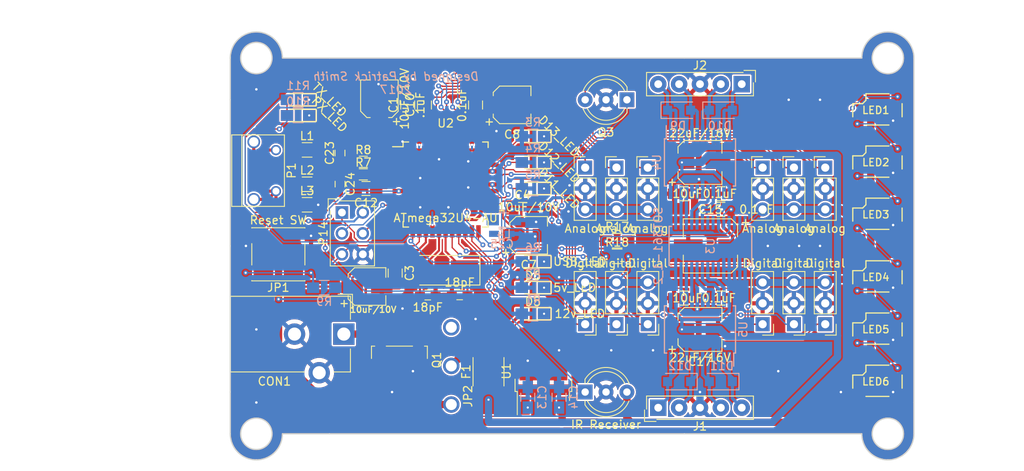
<source format=kicad_pcb>
(kicad_pcb (version 20221018) (generator pcbnew)
  (layers (0 "F.Cu" signal) (31 "B.Cu" signal) (34 "B.Paste" user) (35 "F.Paste" user) (36 "B.SilkS" user "B.Silkscreen") (37 "F.SilkS" user "F.Silkscreen") (38 "B.Mask" user) (39 "F.Mask" user) (44 "Edge.Cuts" user))
  (net 0 "")
  (net 1 "+5V")
  (net 2 "GND")
  (net 3 "Net-(C9-Pad1)")
  (net 4 "/AREF")
  (net 5 "Net-(C11-Pad1)")
  (net 6 "Net-(C12-Pad1)")
  (net 7 "+12V")
  (net 8 "Net-(CON1-Pad1)")
  (net 9 "Net-(D1-Pad1)")
  (net 10 "Net-(D2-Pad1)")
  (net 11 "D13")
  (net 12 "Net-(D3-Pad1)")
  (net 13 "D12")
  (net 14 "Net-(D4-Pad1)")
  (net 15 "D11")
  (net 16 "Net-(D5-Pad1)")
  (net 17 "Net-(D6-Pad1)")
  (net 18 "UVcc")
  (net 19 "Net-(D7-Pad1)")
  (net 20 "Net-(D8-Pad1)")
  (net 21 "/MotorDriver/A01")
  (net 22 "/MotorDriver/A02")
  (net 23 "/MotorDriver/B01")
  (net 24 "/MotorDriver/B02")
  (net 25 "/MotorDriver/C01")
  (net 26 "/MotorDriver/C02")
  (net 27 "/MotorDriver/D01")
  (net 28 "/MotorDriver/D02")
  (net 29 "Net-(F1-Pad2)")
  (net 30 "/Reset")
  (net 31 "Net-(JP2-Pad1)")
  (net 32 "Net-(LED1-Pad4)")
  (net 33 "D10")
  (net 34 "Net-(LED2-Pad4)")
  (net 35 "Net-(LED3-Pad4)")
  (net 36 "Net-(LED4-Pad4)")
  (net 37 "Net-(LED5-Pad4)")
  (net 38 "D-")
  (net 39 "D+")
  (net 40 "Net-(P1-Pad4)")
  (net 41 "A5")
  (net 42 "D7")
  (net 43 "A4")
  (net 44 "D6")
  (net 45 "A3")
  (net 46 "D5")
  (net 47 "A2")
  (net 48 "D4")
  (net 49 "A1")
  (net 50 "D1/TXO")
  (net 51 "A0")
  (net 52 "D0/RXI")
  (net 53 "D8")
  (net 54 "D9")
  (net 55 "Net-(R10-Pad2)")
  (net 56 "Net-(R11-Pad2)")
  (net 57 "/SDA/D2")
  (net 58 "/SCL/D3")
  (net 59 "SCK")
  (net 60 "MOSI")
  (net 61 "MISO")
  (net 62 "/MotorDriver/PWM0")
  (net 63 "/MotorDriver/PWM1")
  (net 64 "/MotorDriver/PWM2")
  (net 65 "/MotorDriver/PWM3")
  (net 66 "/MotorDriver/PWM4")
  (net 67 "/MotorDriver/PWM5")
  (net 68 "/MotorDriver/PWM6")
  (net 69 "/MotorDriver/PWM7")
  (net 70 "/MotorDriver/PWM8")
  (net 71 "/MotorDriver/PWM9")
  (net 72 "/MotorDriver/PWM10")
  (net 73 "/MotorDriver/PWM11")
  (net 74 "/MotorDriver/PWM12")
  (net 75 "/MotorDriver/PWM13")
  (net 76 "/MotorDriver/PWM14")
  (net 77 "/MotorDriver/PWM15")
  (net 78 "Net-(L1-Pad1)")
  (net 79 "Net-(L2-Pad1)")
  (net 80 "Net-(L3-Pad1)")
  (net 81 "/dGnd")
  (net 82 "Net-(LED6-Pad4)")
  (footprint "Capacitors_SMD:C_0805_HandSoldering" (layer "F.Cu") (at 125.73 94.615 90)
    (fp_text reference "C1")
    (fp_text value ".1uF")
  )
  (footprint "Capacitors_SMD:C_0805_HandSoldering" (layer "F.Cu") (at 133.985 94.615 90)
    (fp_text reference "C2" hide)
    (fp_text value "0.1uF")
  )
  (footprint "Capacitors_SMD:C_0805_HandSoldering" (layer "F.Cu") (at 124.206 115.062 -90)
    (fp_text reference "C3")
    (fp_text value "0.1uF")
  )
  (footprint "Capacitors_SMD:C_0805_HandSoldering" (layer "F.Cu") (at 139.7 107.315)
    (fp_text reference "C4")
    (fp_text value "0.1uF")
  )
  (footprint "Capacitors_SMD:CP_Elec_4x4.5" (layer "F.Cu") (at 120.777 116.713)
    (fp_text reference "C5" hide)
    (fp_text value "10uF/10V")
  )
  (footprint "Capacitors_SMD:CP_Elec_4x4.5" (layer "F.Cu") (at 122.301 93.853 90)
    (fp_text reference "C6" hide)
    (fp_text value "10uF/10V")
  )
  (footprint "Capacitors_SMD:CP_Elec_4x4.5" (layer "F.Cu") (at 140.44 110.49)
    (fp_text reference "C7")
    (fp_text value "10uF/10V")
  )
  (footprint "Capacitors_SMD:CP_Elec_4x4.5" (layer "F.Cu") (at 138.43 94.615)
    (fp_text reference "C8")
    (fp_text value "10uF/10V")
  )
  (footprint "Capacitors_SMD:C_0603_HandSoldering" (layer "F.Cu") (at 132.05 117.71 180)
    (fp_text reference "C9" hide)
    (fp_text value "18pF")
  )
  (footprint "Capacitors_SMD:C_0805_HandSoldering" (layer "F.Cu") (at 127.762 94.615 90)
    (fp_text reference "C10")
    (fp_text value "0.1uF")
  )
  (footprint "Capacitors_SMD:C_0603_HandSoldering" (layer "F.Cu") (at 128.17 117.73)
    (fp_text reference "C11" hide)
    (fp_text value "18pF")
  )
  (footprint "Capacitors_SMD:C_0805_HandSoldering" (layer "F.Cu") (at 120.65 104.775 180)
    (fp_text reference "C12")
    (fp_text value "1uF")
  )
  (footprint "Capacitors_SMD:CP_Elec_6.3x7.7" (layer "F.Cu") (at 162.56 111.76 180)
    (fp_text reference "C15")
    (fp_text value "100uF")
  )
  (footprint "Capacitors_SMD:CP_Elec_5x5.8" (layer "F.Cu") (at 161.29 101.6)
    (fp_text reference "C16" hide)
    (fp_text value "22uF/16V")
  )
  (footprint "Capacitors_SMD:CP_Elec_5x5.8" (layer "F.Cu") (at 161.29 121.92)
    (fp_text reference "C17")
    (fp_text value "22uF/16V")
  )
  (footprint "Capacitors_SMD:C_0805_HandSoldering" (layer "F.Cu") (at 163.83 118.11)
    (fp_text reference "C18" hide)
    (fp_text value "10uF")
  )
  (footprint "Capacitors_SMD:C_0805_HandSoldering" (layer "F.Cu") (at 159.385 105.41 180)
    (fp_text reference "C19" hide)
    (fp_text value "0.1uF")
  )
  (footprint "Capacitors_SMD:C_0805_HandSoldering" (layer "F.Cu") (at 159.385 118.11 180)
    (fp_text reference "C20" hide)
    (fp_text value "0.1uF")
  )
  (footprint "Capacitors_SMD:C_0805_HandSoldering" (layer "F.Cu") (at 163.83 107.315 180)
    (fp_text reference "C21" hide)
    (fp_text value "0.1uF")
  )
  (footprint "Capacitors_SMD:C_0805_HandSoldering" (layer "F.Cu") (at 163.83 105.41)
    (fp_text reference "C22" hide)
    (fp_text value "10uF")
  )
  (footprint "Connectors:Barrel_Jack_CUI_PJ-102AH" (layer "F.Cu") (at 117.96 122.49 -90)
    (fp_text reference "CON1")
    (fp_text value "BARREL_JACK")
  )
  (footprint "LEDs:LED_0805_HandSoldering" (layer "F.Cu") (at 140.97 120.015 180)
    (fp_text reference "D1" hide)
    (fp_text value "12v_LED")
  )
  (footprint "LEDs:LED_0805_HandSoldering" (layer "F.Cu") (at 140.97 98.425 180)
    (fp_text reference "D2" hide)
    (fp_text value "D13_LED")
  )
  (footprint "LEDs:LED_0805_HandSoldering" (layer "F.Cu") (at 140.97 101.6 180)
    (fp_text reference "D3" hide)
    (fp_text value "D12_LED")
  )
  (footprint "LEDs:LED_0805_HandSoldering" (layer "F.Cu") (at 140.97 104.775 180)
    (fp_text reference "D4" hide)
    (fp_text value "D11_LED")
  )
  (footprint "LEDs:LED_0805_HandSoldering" (layer "F.Cu") (at 140.97 116.84 180)
    (fp_text reference "D5")
    (fp_text value "5v_LED")
  )
  (footprint "LEDs:LED_0805_HandSoldering" (layer "F.Cu") (at 140.97 113.665 180)
    (fp_text reference "D6")
    (fp_text value "USB_LED")
  )
  (footprint "LEDs:LED_0805_HandSoldering" (layer "F.Cu") (at 112.395 95.885 180)
    (fp_text reference "D7" hide)
    (fp_text value "RX_LED")
  )
  (footprint "LEDs:LED_0805_HandSoldering" (layer "F.Cu") (at 112.395 93.98 180)
    (fp_text reference "D8" hide)
    (fp_text value "TX_LED")
  )
  (footprint "Resistors_SMD:R_1812_HandSoldering" (layer "F.Cu") (at 135.56 127.07 90)
    (fp_text reference "F1")
    (fp_text value "Polyfuse")
  )
  (footprint "Buttons_Switches_SMD:SW_SPST_PTS645" (layer "F.Cu") (at 109.99 112.78 180)
    (fp_text reference "JP1")
    (fp_text value "Reset SW")
  )
  (footprint "SlideSW:Slide SW" (layer "F.Cu") (at 131.03 131.06 90)
    (fp_text reference "JP2")
    (fp_text value "PWR SW")
  )
  (footprint "NeoPixel:WS2812B_smallsilk" (layer "F.Cu") (at 182.88 95.25 180)
    (fp_text reference "LED1")
    (fp_text value "NeoPixel" hide)
  )
  (footprint "NeoPixel:WS2812B_smallsilk" (layer "F.Cu") (at 182.88 101.6 180)
    (fp_text reference "LED2")
    (fp_text value "NeoPixel" hide)
  )
  (footprint "NeoPixel:WS2812B_smallsilk" (layer "F.Cu") (at 182.88 107.95 180)
    (fp_text reference "LED3")
    (fp_text value "NeoPixel" hide)
  )
  (footprint "NeoPixel:WS2812B_smallsilk" (layer "F.Cu") (at 182.88 115.57 180)
    (fp_text reference "LED4")
    (fp_text value "NeoPixel" hide)
  )
  (footprint "NeoPixel:WS2812B_smallsilk" (layer "F.Cu") (at 182.88 121.92 180)
    (fp_text reference "LED5")
    (fp_text value "NeoPixel" hide)
  )
  (footprint "NeoPixel:WS2812B_smallsilk" (layer "F.Cu") (at 182.88 128.27 180)
    (fp_text reference "LED6")
    (fp_text value "NeoPixel" hide)
  )
  (footprint "Connectors:USB_Micro-B" (layer "F.Cu") (at 108.35 102.6 -90)
    (fp_text reference "P1")
    (fp_text value "USB_OTG")
  )
  (footprint "Socket_Strips:Socket_Strip_Straight_1x03_Pitch2.54mm" (layer "F.Cu") (at 147.32 102.235)
    (fp_text reference "P2" hide)
    (fp_text value "Analog")
  )
  (footprint "Socket_Strips:Socket_Strip_Straight_1x03_Pitch2.54mm" (layer "F.Cu") (at 147.32 121.285 180)
    (fp_text reference "P3" hide)
    (fp_text value "Digital")
  )
  (footprint "Socket_Strips:Socket_Strip_Straight_1x03_Pitch2.54mm" (layer "F.Cu") (at 151.13 102.235)
    (fp_text reference "P4" hide)
    (fp_text value "Analog")
  )
  (footprint "Socket_Strips:Socket_Strip_Straight_1x03_Pitch2.54mm" (layer "F.Cu") (at 151.13 121.285 180)
    (fp_text reference "P5" hide)
    (fp_text value "Digital")
  )
  (footprint "Socket_Strips:Socket_Strip_Straight_1x03_Pitch2.54mm" (layer "F.Cu") (at 154.94 102.235)
    (fp_text reference "P6" hide)
    (fp_text value "Analog")
  )
  (footprint "Socket_Strips:Socket_Strip_Straight_1x03_Pitch2.54mm" (layer "F.Cu") (at 154.94 121.285 180)
    (fp_text reference "P7" hide)
    (fp_text value "Digital")
  )
  (footprint "Socket_Strips:Socket_Strip_Straight_1x03_Pitch2.54mm" (layer "F.Cu") (at 168.91 102.235)
    (fp_text reference "P8" hide)
    (fp_text value "Analog")
  )
  (footprint "Socket_Strips:Socket_Strip_Straight_1x03_Pitch2.54mm" (layer "F.Cu") (at 168.91 121.285 180)
    (fp_text reference "P9" hide)
    (fp_text value "Digital")
  )
  (footprint "Socket_Strips:Socket_Strip_Straight_1x03_Pitch2.54mm" (layer "F.Cu") (at 172.72 102.235)
    (fp_text reference "P10" hide)
    (fp_text value "Analog")
  )
  (footprint "Socket_Strips:Socket_Strip_Straight_1x03_Pitch2.54mm" (layer "F.Cu") (at 172.72 121.285 180)
    (fp_text reference "P11" hide)
    (fp_text value "Digital")
  )
  (footprint "Socket_Strips:Socket_Strip_Straight_1x03_Pitch2.54mm" (layer "F.Cu") (at 176.53 102.235)
    (fp_text reference "P12" hide)
    (fp_text value "Analog")
  )
  (footprint "Socket_Strips:Socket_Strip_Straight_1x03_Pitch2.54mm" (layer "F.Cu") (at 176.53 121.285 180)
    (fp_text reference "P13" hide)
    (fp_text value "Digital")
  )
  (footprint "TO_SOT_Packages_SMD:TO-252-2_Rectifier" (layer "F.Cu") (at 124.72 126.23 -90)
    (fp_text reference "Q1")
    (fp_text value "Q_PMOS_GDS")
  )
  (footprint "LEDs:LED_D5.0mm-3" (layer "F.Cu") (at 147.32 129.54)
    (fp_text reference "Q2" hide)
    (fp_text value "IR Receiver")
  )
  (footprint "LEDs:LED_D5.0mm-3" (layer "F.Cu") (at 152.4 93.98 180)
    (fp_text reference "Q3")
    (fp_text value "IR Receiver")
  )
  (footprint "Resistors_SMD:R_0805_HandSoldering" (layer "F.Cu") (at 151.21 111.125)
    (fp_text reference "R17")
    (fp_text value "10k")
  )
  (footprint "Resistors_SMD:R_0805_HandSoldering" (layer "F.Cu") (at 151.21 113.03)
    (fp_text reference "R18")
    (fp_text value "10k")
  )
  (footprint "TO_SOT_Packages_SMD:TO-252-2" (layer "F.Cu") (at 142.24 127 90)
    (fp_text reference "U1")
    (fp_text value "ZLDO1117K50TC" hide)
  )
  (footprint "Housings_QFP:TQFP-44_10x10mm_Pitch0.8mm" (layer "F.Cu") (at 130.34 104.29)
    (fp_text reference "U2")
    (fp_text value "ATmega32U4-AU")
  )
  (footprint "Crystals:Crystal_SMD_Abracon_ABM3-2pin_5.0x3.2mm_HandSoldering" (layer "F.Cu") (at 129.89 114.72 180)
    (fp_text reference "Y1" hide)
    (fp_text value "16MHz")
  )
  (footprint "Connectors_Samtec:SL-105-X-XX_1x05" (layer "F.Cu") (at 156.21 131.445 90)
    (fp_text reference "J1")
    (fp_text value "Screw_Terminal_1x05")
  )
  (footprint "Connectors_Samtec:SL-105-X-XX_1x05" (layer "F.Cu") (at 166.37 92.075 -90)
    (fp_text reference "J2")
    (fp_text value "Screw_Terminal_1x05")
  )
  (footprint "Resistors_SMD:R_0603_HandSoldering" (layer "F.Cu") (at 120.33 103.054)
    (fp_text reference "R7")
    (fp_text value "22")
  )
  (footprint "Resistors_SMD:R_0603_HandSoldering" (layer "F.Cu") (at 120.33 101.53)
    (fp_text reference "R8")
    (fp_text value "22")
  )
  (footprint "Connectors_Samtec:SDL-106-X-XX_2x03" (layer "F.Cu") (at 117.729 107.696)
    (fp_text reference "P14")
    (fp_text value "CONN_01X06")
  )
  (footprint "VIA:VIA-.6mm" (layer "F.Cu") (at 114.84 106.76)
    (fp_text reference "REF**" hide)
    (fp_text value "VIA-.6mm" hide)
  )
  (footprint "VIA:VIA-.6mm" (layer "F.Cu") (at 106.045 111.76)
    (fp_text reference "REF**" hide)
    (fp_text value "VIA-.6mm" hide)
  )
  (footprint "VIA:VIA-.6mm" (layer "F.Cu") (at 144.145 124.46)
    (fp_text reference "REF**" hide)
    (fp_text value "VIA-.6mm" hide)
  )
  (footprint "VIA:VIA-.6mm" (layer "F.Cu") (at 184.785 102.87)
    (fp_text reference "REF**" hide)
    (fp_text value "VIA-.6mm" hide)
  )
  (footprint "VIA:VIA-.6mm" (layer "F.Cu") (at 140.335 125.73)
    (fp_text reference "REF**" hide)
    (fp_text value "VIA-.6mm" hide)
  )
  (footprint "VIA:VIA-.6mm" (layer "F.Cu") (at 141.351 108.839)
    (fp_text reference "REF**" hide)
    (fp_text value "VIA-.6mm" hide)
  )
  (footprint "VIA:VIA-.6mm" (layer "F.Cu") (at 164.338 123.952)
    (fp_text reference "REF**" hide)
    (fp_text value "VIA-.6mm" hide)
  )
  (footprint "VIA:VIA-.6mm" (layer "F.Cu") (at 107.315 121.92)
    (fp_text reference "REF**" hide)
    (fp_text value "VIA-.6mm" hide)
  )
  (footprint "VIA:VIA-.6mm" (layer "F.Cu") (at 184.785 96.52)
    (fp_text reference "REF**" hide)
    (fp_text value "VIA-.6mm" hide)
  )
  (footprint "VIA:VIA-.6mm" (layer "F.Cu") (at 184.785 123.19)
    (fp_text reference "REF**" hide)
    (fp_text value "VIA-.6mm" hide)
  )
  (footprint "VIA:VIA-.6mm" (layer "F.Cu") (at 161.29 129.54 45)
    (fp_text reference "REF**" hide)
    (fp_text value "VIA-.6mm" hide)
  )
  (footprint "VIA:VIA-.6mm" (layer "F.Cu") (at 161.163 103.632)
    (fp_text reference "REF**" hide)
    (fp_text value "VIA-.6mm" hide)
  )
  (footprint "VIA:VIA-.6mm" (layer "F.Cu") (at 123.825 129.54)
    (fp_text reference "REF**" hide)
    (fp_text value "VIA-.6mm" hide)
  )
  (footprint "VIA:VIA-.6mm" (layer "F.Cu") (at 139.065 115.57)
    (fp_text reference "REF**" hide)
    (fp_text value "VIA-.6mm" hide)
  )
  (footprint "VIA:VIA-.6mm" (layer "F.Cu") (at 175.895 93.98)
    (fp_text reference "REF**" hide)
    (fp_text value "VIA-.6mm" hide)
  )
  (footprint "VIA:VIA-.6mm" (layer "F.Cu") (at 129.54 101.219)
    (fp_text reference "REF**" hide)
    (fp_text value "VIA-.6mm" hide)
  )
  (footprint "VIA:VIA-.6mm" (layer "F.Cu") (at 117.475 95.25)
    (fp_text reference "REF**" hide)
    (fp_text value "VIA-.6mm" hide)
  )
  (footprint "VIA:VIA-.6mm" (layer "F.Cu") (at 133.096 104.648)
    (fp_text reference "REF**" hide)
    (fp_text value "VIA-.6mm" hide)
  )
  (footprint "VIA:VIA-.6mm" (layer "F.Cu") (at 125.095 119.38)
    (fp_text reference "REF**" hide)
    (fp_text value "VIA-.6mm" hide)
  )
  (footprint "VIA:VIA-.6mm" (layer "F.Cu") (at 136.525 97.79)
    (fp_text reference "REF**" hide)
    (fp_text value "VIA-.6mm" hide)
  )
  (footprint "VIA:VIA-.6mm" (layer "F.Cu") (at 107.315 92.71)
    (fp_text reference "REF**" hide)
    (fp_text value "VIA-.6mm" hide)
  )
  (footprint "VIA:VIA-.6mm" (layer "F.Cu") (at 184.785 129.54)
    (fp_text reference "REF**" hide)
    (fp_text value "VIA-.6mm" hide)
  )
  (footprint "VIA:VIA-.6mm" (layer "F.Cu") (at 184.785 116.84)
    (fp_text reference "REF**" hide)
    (fp_text value "VIA-.6mm" hide)
  )
  (footprint "VIA:VIA-.6mm" (layer "F.Cu") (at 150.495 124.46)
    (fp_text reference "REF**" hide)
    (fp_text value "VIA-.6mm" hide)
  )
  (footprint "VIA:VIA-.6mm" (layer "F.Cu") (at 130.683 107.061)
    (fp_text reference "REF**" hide)
    (fp_text value "VIA-.6mm" hide)
  )
  (footprint "VIA:VIA-.6mm" (layer "F.Cu") (at 175.895 111.76)
    (fp_text reference "REF**" hide)
    (fp_text value "VIA-.6mm" hide)
  )
  (footprint "VIA:VIA-.6mm" (layer "F.Cu") (at 144.145 115.57)
    (fp_text reference "REF**" hide)
    (fp_text value "VIA-.6mm" hide)
  )
  (footprint "VIA:VIA-.6mm" (layer "F.Cu") (at 125.095 99.06)
    (fp_text reference "REF**" hide)
    (fp_text value "VIA-.6mm" hide)
  )
  (footprint "VIA:VIA-.6mm" (layer "F.Cu") (at 127.254 107.061)
    (fp_text reference "REF**" hide)
    (fp_text value "VIA-.6mm" hide)
  )
  (footprint "VIA:VIA-.6mm" (layer "F.Cu") (at 126.365 91.44)
    (fp_text reference "REF**" hide)
    (fp_text value "VIA-.6mm" hide)
  )
  (footprint "VIA:VIA-.6mm" (layer "F.Cu") (at 107.315 130.81)
    (fp_text reference "REF**" hide)
    (fp_text value "VIA-.6mm" hide)
  )
  (footprint "VIA:VIA-.6mm" (layer "F.Cu") (at 173.355 111.76)
    (fp_text reference "REF**" hide)
    (fp_text value "VIA-.6mm" hide)
  )
  (footprint "VIA:VIA-.6mm" (layer "F.Cu") (at 133.985 120.65)
    (fp_text reference "REF**" hide)
    (fp_text value "VIA-.6mm" hide)
  )
  (footprint "VIA:VIA-.6mm" (layer "F.Cu") (at 127.254 103.505)
    (fp_text reference "REF**" hide)
    (fp_text value "VIA-.6mm" hide)
  )
  (footprint "VIA:VIA-.6mm" (layer "F.Cu") (at 126.365 127)
    (fp_text reference "REF**" hide)
    (fp_text value "VIA-.6mm" hide)
  )
  (footprint "VIA:VIA-.6mm" (layer "F.Cu") (at 155.575 124.46)
    (fp_text reference "REF**" hide)
    (fp_text value "VIA-.6mm" hide)
  )
  (footprint "VIA:VIA-.6mm" (layer "F.Cu") (at 172.085 93.98)
    (fp_text reference "REF**" hide)
    (fp_text value "VIA-.6mm" hide)
  )
  (footprint "VIA:VIA-.6mm" (layer "F.Cu") (at 133.096 101.473)
    (fp_text reference "REF**" hide)
    (fp_text value "VIA-.6mm" hide)
  )
  (footprint "VIA:VIA-.6mm" (layer "F.Cu") (at 169.545 111.76)
    (fp_text reference "REF**" hide)
    (fp_text value "VIA-.6mm" hide)
  )
  (footprint "VIA:VIA-.6mm" (layer "F.Cu") (at 184.785 109.22)
    (fp_text reference "REF**" hide)
    (fp_text value "VIA-.6mm" hide)
  )
  (footprint "VIA:VIA-.6mm" (layer "F.Cu") (at 170.815 127)
    (fp_text reference "REF**" hide)
    (fp_text value "VIA-.6mm" hide)
  )
  (footprint "VIA:VIA-.6mm" (layer "F.Cu") (at 178.435 129.54)
    (fp_text reference "REF**" hide)
    (fp_text value "VIA-.6mm" hide)
  )
  (footprint "Capacitors_SMD:C_0603_HandSoldering" (layer "F.Cu") (at 117.49 100.46 90)
    (fp_text reference "C23")
    (fp_text value "C_Small")
  )
  (footprint "Capacitors_SMD:C_0603_HandSoldering" (layer "F.Cu") (at 117.5 104.24 -90)
    (fp_text reference "C24")
    (fp_text value "C_Small")
  )
  (footprint "Resistors_SMD:R_0805_HandSoldering" (layer "F.Cu") (at 113.49 100.08)
    (fp_text reference "L1")
    (fp_text value "Ferrite_Bead_Small")
  )
  (footprint "Resistors_SMD:R_0805_HandSoldering" (layer "F.Cu") (at 113.49 104.26)
    (fp_text reference "L2")
    (fp_text value "Ferrite_Bead_Small")
  )
  (footprint "Resistors_SMD:R_0805_HandSoldering" (layer "F.Cu") (at 113.49 106.76)
    (fp_text reference "L3")
    (fp_text value "Ferrite_Bead_Small")
  )
  (footprint "VIA:VIA-.6mm" (layer "F.Cu") (at 113.97 110.53)
    (fp_text reference "REF**" hide)
    (fp_text value "VIA-.6mm" hide)
  )
  (footprint "VIA:VIA-.6mm" (layer "F.Cu") (at 141.224 110.617)
    (fp_text reference "REF**" hide)
    (fp_text value "VIA-.6mm" hide)
  )
  (footprint "VIA:VIA-.6mm" (layer "F.Cu") (at 122.174 92.075)
    (fp_text reference "REF**" hide)
    (fp_text value "VIA-.6mm" hide)
  )
  (footprint "VIA:VIA-.6mm" (layer "F.Cu") (at 163.957 107.315)
    (fp_text reference "REF**" hide)
    (fp_text value "VIA-.6mm" hide)
  )
  (footprint "VIA:VIA-.6mm" (layer "F.Cu") (at 144.272 101.727)
    (fp_text reference "REF**" hide)
    (fp_text value "VIA-.6mm" hide)
  )
  (footprint "VIA:VIA-.6mm" (layer "F.Cu") (at 145.415 104.394)
    (fp_text reference "REF**" hide)
    (fp_text value "VIA-.6mm" hide)
  )
  (footprint "VIA:VIA-.6mm" (layer "F.Cu") (at 145.288 107.569)
    (fp_text reference "REF**" hide)
    (fp_text value "VIA-.6mm" hide)
  )
  (footprint "Capacitors_SMD:C_0805_HandSoldering" (layer "B.Cu") (at 140.335 130.175 90)
    (fp_text reference "C13")
    (fp_text value "0.33uF")
  )
  (footprint "Capacitors_SMD:C_0805_HandSoldering" (layer "B.Cu") (at 144.145 130.175 90)
    (fp_text reference "C14")
    (fp_text value "0.1uF")
  )
  (footprint "Diodes_SMD:D_SOD-123F" (layer "B.Cu") (at 158.75 95.25)
    (fp_text reference "D9")
    (fp_text value "FlyBack")
  )
  (footprint "Diodes_SMD:D_SOD-123F" (layer "B.Cu") (at 163.83 95.25)
    (fp_text reference "D10")
    (fp_text value "FlyBack")
  )
  (footprint "Diodes_SMD:D_SOD-123F" (layer "B.Cu") (at 163.83 128.27 180)
    (fp_text reference "D11")
    (fp_text value "FlyBack")
  )
  (footprint "Diodes_SMD:D_SOD-123F" (layer "B.Cu") (at 158.75 128.27 180)
    (fp_text reference "D12")
    (fp_text value "FlyBack")
  )
  (footprint "Resistors_SMD:R_0805_HandSoldering" (layer "B.Cu") (at 140.97 120.015 180)
    (fp_text reference "R1")
    (fp_text value "500")
  )
  (footprint "Resistors_SMD:R_0805_HandSoldering" (layer "B.Cu") (at 140.97 116.84 180)
    (fp_text reference "R2")
    (fp_text value "150")
  )
  (footprint "Resistors_SMD:R_0805_HandSoldering" (layer "B.Cu") (at 140.97 98.425 180)
    (fp_text reference "R3")
    (fp_text value "150")
  )
  (footprint "Resistors_SMD:R_0805_HandSoldering" (layer "B.Cu") (at 140.97 101.6 180)
    (fp_text reference "R4")
    (fp_text value "150")
  )
  (footprint "Resistors_SMD:R_0805_HandSoldering" (layer "B.Cu") (at 140.97 104.775 180)
    (fp_text reference "R5")
    (fp_text value "150")
  )
  (footprint "Resistors_SMD:R_0805_HandSoldering" (layer "B.Cu") (at 140.97 113.665 180)
    (fp_text reference "R6")
    (fp_text value "150")
  )
  (footprint "Resistors_SMD:R_0805_HandSoldering" (layer "B.Cu") (at 115.57 116.84)
    (fp_text reference "R9")
    (fp_text value "10K")
  )
  (footprint "Resistors_SMD:R_0805_HandSoldering" (layer "B.Cu") (at 112.395 95.885 180)
    (fp_text reference "R10")
    (fp_text value "330")
  )
  (footprint "Resistors_SMD:R_0805_HandSoldering" (layer "B.Cu") (at 112.395 93.98 180)
    (fp_text reference "R11")
    (fp_text value "330")
  )
  (footprint "PCA9865:PCA9685PW" (layer "B.Cu") (at 162.56 111.76 90)
    (fp_text reference "U3")
    (fp_text value "SOT361-1_2")
  )
  (footprint "Housings_SSOP:SSOP-24_5.3x8.2mm_Pitch0.65mm" (layer "B.Cu") (at 161.29 101.6 -90)
    (fp_text reference "U4")
    (fp_text value "TB6612FNG")
  )
  (footprint "Housings_SSOP:SSOP-24_5.3x8.2mm_Pitch0.65mm" (layer "B.Cu") (at 161.29 121.92 90)
    (fp_text reference "U5")
    (fp_text value "TB6612FNG")
  )
  (footprint "Capacitors_SMD:C_0603_HandSoldering" (layer "B.Cu") (at 137.18 110.29)
    (fp_text reference "C25")
    (fp_text value "C_Small")
  )
  (footprint "Resistors_SMD:R_0805_HandSoldering" (layer "B.Cu") (at 137.43 108.61)
    (fp_text reference "L4")
    (fp_text value "Ferrite_Bead_Small")
  )
  (gr_line (start 104.14 129.54) (end 104.14 111.76) (stroke (width 0.15)) (layer "Edge.Cuts"))
  (gr_line (start 159.385 134.62) (end 180.975 134.62) (stroke (width 0.15)) (layer "Edge.Cuts"))
  (gr_arc (start 184.15 137.795) (mid 181.904936 136.865064) (end 180.975 134.62) (stroke (width 0.15)) (layer "Edge.Cuts"))
  (gr_arc (start 104.14 88.9) (mid 105.069936 86.654936) (end 107.315 85.725) (stroke (width 0.15)) (layer "Edge.Cuts"))
  (gr_circle (center 184.15 134.62) (end 186.055 134.62) (stroke (width 0.15)) (fill none) (layer "Edge.Cuts"))
  (gr_arc (start 107.315 85.725) (mid 109.560064 86.654936) (end 110.49 88.9) (stroke (width 0.15)) (layer "Edge.Cuts"))
  (gr_circle (center 107.315 134.62) (end 109.22 134.62) (stroke (width 0.15)) (fill none) (layer "Edge.Cuts"))
  (gr_line (start 104.14 88.9) (end 104.14 93.98) (stroke (width 0.15)) (layer "Edge.Cuts"))
  (gr_arc (start 187.325 134.62) (mid 186.395064 136.865064) (end 184.15 137.795) (stroke (width 0.15)) (layer "Edge.Cuts"))
  (gr_line (start 187.325 134.62) (end 187.325 130.81) (stroke (width 0.15)) (layer "Edge.Cuts"))
  (gr_arc (start 180.975 88.9) (mid 181.904936 86.654936) (end 184.15 85.725) (stroke (width 0.15)) (layer "Edge.Cuts"))
  (gr_circle (center 107.315 88.9) (end 109.22 88.9) (stroke (width 0.15)) (fill none) (layer "Edge.Cuts"))
  (gr_line (start 116.205 88.9) (end 159.385 88.9) (stroke (width 0.15)) (layer "Edge.Cuts"))
  (gr_line (start 104.14 129.54) (end 104.14 134.62) (stroke (width 0.15)) (layer "Edge.Cuts"))
  (gr_line (start 116.205 88.9) (end 110.49 88.9) (stroke (width 0.15)) (layer "Edge.Cuts"))
  (gr_line (start 104.14 93.98) (end 104.14 111.76) (stroke (width 0.15)) (layer "Edge.Cuts"))
  (gr_line (start 187.325 88.9) (end 187.325 130.81) (stroke (width 0.15)) (layer "Edge.Cuts"))
  (gr_line (start 110.49 134.62) (end 116.205 134.62) (stroke (width 0.15)) (layer "Edge.Cuts"))
  (gr_arc (start 184.15 85.725) (mid 186.395064 86.654936) (end 187.325 88.9) (stroke (width 0.15)) (layer "Edge.Cuts"))
  (gr_circle (center 184.15 88.9) (end 186.055 88.9) (stroke (width 0.15)) (fill none) (layer "Edge.Cuts"))
  (gr_line (start 116.205 134.62) (end 159.385 134.62) (stroke (width 0.15)) (layer "Edge.Cuts"))
  (gr_arc (start 110.49 134.62) (mid 109.560064 136.865064) (end 107.315 137.795) (stroke (width 0.15)) (layer "Edge.Cuts"))
  (gr_arc (start 107.315 137.795) (mid 105.069936 136.865064) (end 104.14 134.62) (stroke (width 0.15)) (layer "Edge.Cuts"))
  (gr_line (start 159.385 88.9) (end 180.975 88.9) (stroke (width 0.15)) (layer "Edge.Cuts"))
  (gr_text "Designed by Patrick Smith\n2017" (at 124.333 91.948) (layer "B.SilkS") (effects (font (size 1 1) (thickness 0.15) italic) (justify mirror)))
  (segment (start 127.94 108.74) (end 128.13 108.55) (width 0.381) (layer "F.Cu") (net 1))
  (segment (start 128.13 108.55) (end 134.05 108.55) (width 0.381) (layer "F.Cu") (net 1))
  (segment (start 134.05 108.55) (end 134.62 107.98) (width 0.381) (layer "F.Cu") (net 1))
  (segment (start 134.62 107.98) (end 134.62 107.23) (width 0.381) (layer "F.Cu") (net 1))
  (segment (start 134.62 99.66) (end 134.34 99.38) (width 0.381) (layer "F.Cu") (net 1))
  (segment (start 134.34 99.38) (end 134.34 98.59) (width 0.381) (layer "F.Cu") (net 1))
  (segment (start 126.34 99.66) (end 126.76 100.08) (width 0.381) (layer "F.Cu") (net 1))
  (segment (start 126.76 100.08) (end 134.62 100.08) (width 0.381) (layer "F.Cu") (net 1))
  (segment (start 134.62 100.08) (end 134.62 99.66) (width 0.381) (layer "F.Cu") (net 1))
  (segment (start 134.88 107.49) (end 134.62 107.23) (width 0.381) (layer "F.Cu") (net 1))
  (segment (start 134.62 107.23) (end 134.62 100.08) (width 0.381) (layer "F.Cu") (net 1))
  (segment (start 165.26 110.579) (end 164.084 109.403) (width 0.381) (layer "F.Cu") (net 1))
  (segment (start 127.94 109.99) (end 127.94 108.74) (width 0.381) (layer "F.Cu") (net 1))
  (segment (start 144.37 131.2) (end 144.145 131.425) (width 0.1524) (layer "F.Cu") (net 1))
  (segment (start 182.069 130.691102) (end 182.069 126.619) (width 0.889) (layer "F.Cu") (net 1))
  (segment (start 144.486 133.223) (end 144.399 133.223) (width 0.889) (layer "F.Cu") (net 1))
  (segment (start 180.43 126.62) (end 182.068 126.62) (width 0.889) (layer "F.Cu") (net 1))
  (segment (start 138.275 107.49) (end 138.45 107.315) (width 0.25) (layer "F.Cu") (net 1))
  (segment (start 152.908 133.223) (end 179.537102 133.223) (width 0.889) (layer "F.Cu") (net 1))
  (segment (start 180.68 93.6) (end 180.43 93.6) (width 0.889) (layer "F.Cu") (net 1))
  (segment (start 160.655 108.584501) (end 156.209501 108.584501) (width 0.889) (layer "F.Cu") (net 1))
  (segment (start 168.91 116.205) (end 167.707919 116.205) (width 0.889) (layer "F.Cu") (net 1))
  (segment (start 160.635 108.564501) (end 160.635 105.41) (width 0.889) (layer "F.Cu") (net 1))
  (segment (start 134.9 97.51) (end 136.63 95.78) (width 0.25) (layer "F.Cu") (net 1))
  (segment (start 123.952 94.962) (end 123.952 89.784291) (width 0.25) (layer "F.Cu") (net 1))
  (segment (start 147.447 89.784291) (end 147.451709 89.789) (width 0.889) (layer "F.Cu") (net 1))
  (segment (start 121.251 95.653) (end 120.65 95.052) (width 0.25) (layer "F.Cu") (net 1))
  (segment (start 110.927015 93.98) (end 110.236 93.288985) (width 0.1524) (layer "F.Cu") (net 1))
  (segment (start 110.015499 118.237) (end 110.015499 125.123361) (width 0.889) (layer "F.Cu") (net 1))
  (segment (start 108.331 109.982) (end 108.331 110.265898) (width 0.25) (layer "F.Cu") (net 1))
  (segment (start 162.56 116.205) (end 160.401 116.205) (width 0.889) (layer "F.Cu") (net 1))
  (segment (start 118.977 115.663) (end 119.578 115.062) (width 0.25) (layer "F.Cu") (net 1))
  (segment (start 181.814 120.27) (end 182.069 120.015) (width 0.889) (layer "F.Cu") (net 1))
  (segment (start 182.069 107.696) (end 178.816 107.696) (width 0.889) (layer "F.Cu") (net 1))
  (segment (start 174.98 89.789) (end 178.791 93.6) (width 0.889) (layer "F.Cu") (net 1))
  (segment (start 124.855 95.865) (end 123.952 94.962) (width 0.25) (layer "F.Cu") (net 1))
  (segment (start 168.91 107.315) (end 167.640499 108.584501) (width 0.889) (layer "F.Cu") (net 1))
  (segment (start 124.968 97.282) (end 126.147 97.282) (width 0.25) (layer "F.Cu") (net 1))
  (segment (start 148.751 133.189) (end 148.785 133.223) (width 0.889) (layer "F.Cu") (net 1))
  (segment (start 138.64 110.49) (end 139.230002 110.49) (width 0.25) (layer "F.Cu") (net 1))
  (segment (start 179.537102 133.223) (end 182.069 130.691102) (width 0.889) (layer "F.Cu") (net 1))
  (segment (start 124.75 112.268) (end 127 112.268) (width 0.25) (layer "F.Cu") (net 1))
  (segment (start 118.091639 133.199501) (end 144.509499 133.199501) (width 0.889) (layer "F.Cu") (net 1))
  (segment (start 144.509499 133.199501) (end 144.52 133.189) (width 0.889) (layer "F.Cu") (net 1))
  (segment (start 144.52 133.189) (end 148.751 133.189) (width 0.889) (layer "F.Cu") (net 1))
  (segment (start 137.04 107.49) (end 137.287 107.737) (width 0.25) (layer "F.Cu") (net 1))
  (segment (start 147.32 93.98) (end 147.32 89.911291) (width 0.1524) (layer "F.Cu") (net 1))
  (segment (start 134.34 98.59) (end 134.34 97.51) (width 0.25) (layer "F.Cu") (net 1))
  (segment (start 122.682 113.919) (end 122.682 112.903) (width 0.25) (layer "F.Cu") (net 1))
  (segment (start 123.224 113.919) (end 122.682 113.919) (width 0.25) (layer "F.Cu") (net 1))
  (segment (start 180.43 99.95) (end 181.943 99.95) (width 0.889) (layer "F.Cu") (net 1))
  (segment (start 165.26 111.76) (end 165.26 110.579) (width 0.381) (layer "F.Cu") (net 1))
  (segment (start 155.789999 108.164999) (end 154.94 107.315) (width 0.889) (layer "F.Cu") (net 1))
  (segment (start 109.601 108.712) (end 108.331 109.982) (width 0.25) (layer "F.Cu") (net 1))
  (segment (start 124.333 96.647) (end 124.968 97.282) (width 0.25) (layer "F.Cu") (net 1))
  (segment (start 126.147 97.282) (end 126.34 97.475) (width 0.25) (layer "F.Cu") (net 1))
  (segment (start 167.707919 116.205) (end 162.56 116.205) (width 0.889) (layer "F.Cu") (net 1))
  (segment (start 122.047 115.062) (end 122.682 114.427) (width 0.25) (layer "F.Cu") (net 1))
  (segment (start 124.206 113.812) (end 124.206 112.812) (width 0.25) (layer "F.Cu") (net 1))
  (segment (start 133.985 97.155) (end 133.985 95.865) (width 0.25) (layer "F.Cu") (net 1))
  (segment (start 152.908 133.223) (end 152.4 132.715) (width 0.889) (layer "F.Cu") (net 1))
  (segment (start 182.069 115.697) (end 181.942 115.824) (width 0.889) (layer "F.Cu") (net 1))
  (segment (start 147.32 89.911291) (end 147.447 89.784291) (width 0.1524) (layer "F.Cu") (net 1))
  (segment (start 165.08 107.315) (end 165.08 108.437501) (width 0.889) (layer "F.Cu") (net 1))
  (segment (start 136.04 107.49) (end 137.04 107.49) (width 0.25) (layer "F.Cu") (net 1))
  (segment (start 182.068 126.62) (end 182.069 126.619) (width 0.889) (layer "F.Cu") (net 1))
  (segment (start 122.682 112.903) (end 123.317 112.268) (width 0.25) (layer "F.Cu") (net 1))
  (segment (start 181.942 115.824) (end 176.911 115.824) (width 0.889) (layer "F.Cu") (net 1))
  (segment (start 164.084 108.584501) (end 160.655 108.584501) (width 0.889) (layer "F.Cu") (net 1))
  (segment (start 178.791 93.6) (end 180.43 93.6) (width 0.889) (layer "F.Cu") (net 1))
  (segment (start 180.43 120.27) (end 181.814 120.27) (width 0.889) (layer "F.Cu") (net 1))
  (segment (start 152.4 132.715) (end 152.4 129.54) (width 0.889) (layer "F.Cu") (net 1))
  (segment (start 111.045 93.98) (end 111.045 95.885) (width 0.1524) (layer "F.Cu") (net 1))
  (segment (start 147.451709 89.789) (end 174.98 89.789) (width 0.889) (layer "F.Cu") (net 1))
  (segment (start 136.63 95.78) (end 136.63 94.615) (width 0.25) (layer "F.Cu") (net 1))
  (segment (start 181.943 99.95) (end 182.069 100.076) (width 0.889) (layer "F.Cu") (net 1))
  (segment (start 180.43 113.92) (end 181.941 113.92) (width 0.889) (layer "F.Cu") (net 1))
  (segment (start 143.124291 89.784291) (end 143.129 89.789) (width 0.889) (layer "F.Cu") (net 1))
  (segment (start 178.435 107.315) (end 176.53 107.315) (width 0.889) (layer "F.Cu") (net 1))
  (segment (start 178.816 107.696) (end 178.435 107.315) (width 0.889) (layer "F.Cu") (net 1))
  (segment (start 176.911 115.824) (end 176.53 116.205) (width 0.889) (layer "F.Cu") (net 1))
  (segment (start 152.56 113.03) (end 152.56 111.125) (width 0.25) (layer "F.Cu") (net 1))
  (segment (start 138.64 109.684) (end 138.64 110.49) (width 0.25) (layer "F.Cu") (net 1))
  (segment (start 182.069 107.696) (end 182.069 106.172) (width 0.889) (layer "F.Cu") (net 1))
  (segment (start 160.655 108.584501) (end 160.635 108.564501) (width 0.889) (layer "F.Cu") (net 1))
  (segment (start 180.43 106.3) (end 181.941 106.3) (width 0.889) (layer "F.Cu") (net 1))
  (segment (start 118.977 116.713) (end 117.427 116.713) (width 0.25) (layer "F.Cu") (net 1))
  (segment (start 123.317 112.268) (end 127 112.268) (width 0.25) (layer "F.Cu") (net 1))
  (segment (start 105.156 98.368985) (end 105.156 107.090898) (width 0.889) (layer "F.Cu") (net 1))
  (segment (start 108.331 110.265898) (end 110.015499 111.950397) (width 0.889) (layer "F.Cu") (net 1))
  (segment (start 182.069 115.697) (end 182.069 113.792) (width 0.889) (layer "F.Cu") (net 1))
  (segment (start 165.227 108.584501) (end 164.084 108.584501) (width 0.889) (layer "F.Cu") (net 1))
  (segment (start 123.351 95.653) (end 124.333 96.635) (width 0.25) (layer "F.Cu") (net 1))
  (segment (start 110.015499 111.950397) (end 110.015499 116.713) (width 0.889) (layer "F.Cu") (net 1))
  (segment (start 122.682 114.427) (end 122.682 113.919) (width 0.25) (layer "F.Cu") (net 1))
  (segment (start 127.635 111.633) (end 127.94 111.328) (width 0.25) (layer "F.Cu") (net 1))
  (segment (start 110.015499 116.713) (end 110.015499 118.237) (width 0.889) (layer "F.Cu") (net 1))
  (segment (start 148.785 133.223) (end 152.908 133.223) (width 0.889) (layer "F.Cu") (net 1))
  (segment (start 123.952 89.784291) (end 143.124291 89.784291) (width 0.889) (layer "F.Cu") (net 1))
  (segment (start 122.301 95.653) (end 123.351 95.653) (width 0.25) (layer "F.Cu") (net 1))
  (segment (start 120.65 95.052) (end 120.65 89.784291) (width 0.25) (layer "F.Cu") (net 1))
  (segment (start 124.206 112.812) (end 124.75 112.268) (width 0.25) (layer "F.Cu") (net 1))
  (segment (start 162.58 116.225) (end 162.58 118.11) (width 0.889) (layer "F.Cu") (net 1))
  (segment (start 182.069 100.076) (end 182.069 94.989) (width 0.889) (layer "F.Cu") (net 1))
  (segment (start 141.017 115.443) (end 139.62 116.84) (width 0.25) (layer "F.Cu") (net 1))
  (segment (start 143.129 89.789) (end 147.442291 89.789) (width 0.889) (layer "F.Cu") (net 1))
  (segment (start 164.084 109.403) (end 164.084 108.584501) (width 0.381) (layer "F.Cu") (net 1))
  (segment (start 127.94 111.328) (end 127.94 109.99) (width 0.25) (layer "F.Cu") (net 1))
  (segment (start 105.156 107.090898) (end 108.331 110.265898) (width 0.889) (layer "F.Cu") (net 1))
  (segment (start 144.52 131.2) (end 144.52 133.189) (width 0.889) (layer "F.Cu") (net 1))
  (segment (start 110.236 93.288985) (end 105.156 98.368985) (width 0.889) (layer "F.Cu") (net 1))
  (segment (start 137.287 108.331) (end 138.64 109.684) (width 0.25) (layer "F.Cu") (net 1))
  (segment (start 181.941 106.3) (end 182.069 106.172) (width 0.889) (layer "F.Cu") (net 1))
  (segment (start 124.333 96.635) (end 124.333 96.647) (width 0.25) (layer "F.Cu") (net 1))
  (segment (start 136.04 107.49) (end 134.88 107.49) (width 0.381) (layer "F.Cu") (net 1))
  (segment (start 118.977 116.713) (end 118.977 115.663) (width 0.25) (layer "F.Cu") (net 1))
  (segment (start 162.56 116.205) (end 162.58 116.225) (width 0.889) (layer "F.Cu") (net 1))
  (segment (start 160.401 116.205) (end 160.635 116.439) (width 0.889) (layer "F.Cu") (net 1))
  (segment (start 160.635 116.439) (end 160.635 118.11) (width 0.889) (layer "F.Cu") (net 1))
  (segment (start 182.069 106.172) (end 182.069 100.076) (width 0.889) (layer "F.Cu") (net 1))
  (segment (start 125.73 95.865) (end 125.73 96.865) (width 0.25) (layer "F.Cu") (net 1))
  (segment (start 182.069 113.792) (end 182.069 107.696) (width 0.889) (layer "F.Cu") (net 1))
  (segment (start 167.640499 108.584501) (end 165.227 108.584501) (width 0.889) (layer "F.Cu") (net 1))
  (segment (start 136.04 107.49) (end 138.275 107.49) (width 0.25) (layer "F.Cu") (net 1))
  (segment (start 113.665 108.712) (end 109.601 108.712) (width 0.25) (layer "F.Cu") (net 1))
  (segment (start 147.442291 89.789) (end 147.447 89.784291) (width 0.889) (layer "F.Cu") (net 1))
  (segment (start 182.069 94.989) (end 180.68 93.6) (width 0.889) (layer "F.Cu") (net 1))
  (segment (start 156.209501 108.584501) (end 155.789999 108.164999) (width 0.889) (layer "F.Cu") (net 1))
  (segment (start 144.52 131.2) (end 144.37 131.2) (width 0.1524) (layer "F.Cu") (net 1))
  (segment (start 123.331 113.812) (end 123.224 113.919) (width 0.25) (layer "F.Cu") (net 1))
  (segment (start 119.578 115.062) (end 122.047 115.062) (width 0.25) (layer "F.Cu") (net 1))
  (segment (start 125.73 95.865) (end 124.855 95.865) (width 0.25) (layer "F.Cu") (net 1))
  (segment (start 134.34 97.51) (end 133.985 97.155) (width 0.25) (layer "F.Cu") (net 1))
  (segment (start 120.65 89.784291) (end 113.740694 89.784291) (width 0.889) (layer "F.Cu") (net 1))
  (segment (start 144.52 133.189) (end 144.486 133.223) (width 0.889) (layer "F.Cu") (net 1))
  (segment (start 125.73 96.865) (end 126.147 97.282) (width 0.25) (layer "F.Cu") (net 1))
  (segment (start 110.015499 125.123361) (end 118.091639 133.199501) (width 0.889) (layer "F.Cu") (net 1))
  (segment (start 165.08 108.437501) (end 165.227 108.584501) (width 0.889) (layer "F.Cu") (net 1))
  (segment (start 127 112.268) (end 127.635 111.633) (width 0.25) (layer "F.Cu") (net 1))
  (segment (start 182.069 126.619) (end 182.069 120.015) (width 0.889) (layer "F.Cu") (net 1))
  (segment (start 111.045 93.98) (end 110.927015 93.98) (width 0.1524) (layer "F.Cu") (net 1))
  (segment (start 181.941 113.92) (end 182.069 113.792) (width 0.889) (layer "F.Cu") (net 1))
  (segment (start 141.224 115.443) (end 141.017 115.443) (width 0.25) (layer "F.Cu") (net 1))
  (segment (start 117.427 116.713) (end 110.015499 116.713) (width 0.25) (layer "F.Cu") (net 1))
  (segment (start 126.34 98.59) (end 126.34 99.66) (width 0.381) (layer "F.Cu") (net 1))
  (segment (start 160.401 116.205) (end 154.94 116.205) (width 0.889) (layer "F.Cu") (net 1))
  (segment (start 113.740694 89.784291) (end 110.236 93.288985) (width 0.889) (layer "F.Cu") (net 1))
  (segment (start 122.301 95.653) (end 121.251 95.653) (width 0.25) (layer "F.Cu") (net 1))
  (segment (start 126.34 97.475) (end 126.34 98.59) (width 0.25) (layer "F.Cu") (net 1))
  (segment (start 182.069 120.015) (end 182.069 115.697) (width 0.889) (layer "F.Cu") (net 1))
  (segment (start 124.206 113.812) (end 123.331 113.812) (width 0.25) (layer "F.Cu") (net 1))
  (segment (start 123.952 89.784291) (end 120.65 89.784291) (width 0.889) (layer "F.Cu") (net 1))
  (segment (start 134.34 97.51) (end 134.9 97.51) (width 0.25) (layer "F.Cu") (net 1))
  (segment (start 137.287 107.737) (end 137.287 108.331) (width 0.25) (layer "F.Cu") (net 1))
  (segment (start 160.635 105.41) (end 162.58 105.41) (width 0.889) (layer "F.Cu") (net 1))
  (via (at 141.224 115.443) (size 0.6) (drill 0.26) (layers "F.Cu" "B.Cu") (net 1))
  (via (at 160.655 105.2) (size 0.6) (drill 0.26) (layers "F.Cu" "B.Cu") (net 1))
  (via (at 144.145 131.425) (size 0.6) (drill 0.26) (layers "F.Cu" "B.Cu") (net 1))
  (via (at 152.56 113.03) (size 0.6) (drill 0.26) (layers "F.Cu" "B.Cu") (net 1))
  (via (at 161.925 118.32) (size 0.6) (drill 0.26) (layers "F.Cu" "B.Cu") (net 1))
  (via (at 113.665 108.712) (size 0.6) (drill 0.26) (layers "F.Cu" "B.Cu") (net 1))
  (via (at 165.08 107.315) (size 0.6) (drill 0.26) (layers "F.Cu" "B.Cu") (net 1))
  (via (at 110.015499 118.237) (size 0.6) (drill 0.26) (layers "F.Cu" "B.Cu") (net 1))
  (via (at 138.45 107.315) (size 0.6) (drill 0.26) (layers "F.Cu" "B.Cu") (net 1))
  (segment (start 160.965 105.2) (end 160.655 105.2) (width 0.25) (layer "B.Cu") (net 1))
  (segment (start 176.53 107.315) (end 172.72 107.315) (width 0.889) (layer "B.Cu") (net 1))
  (segment (start 116.82 116.84) (end 115.423 118.237) (width 0.25) (layer "B.Cu") (net 1))
  (segment (start 166.785 108.9406) (end 167.2844 108.9406) (width 0.1524) (layer "B.Cu") (net 1))
  (segment (start 152.56 113.03) (end 152.56 114.775) (width 0.25) (layer "B.Cu") (net 1))
  (segment (start 154.94 116.205) (end 151.13 116.205) (width 0.889) (layer "B.Cu") (net 1))
  (segment (start 119.181999 108.783001) (end 113.736001 108.783001) (width 0.25) (layer "B.Cu") (net 1))
  (segment (start 168.91 116.205) (end 172.72 116.205) (width 0.889) (layer "B.Cu") (net 1))
  (segment (start 113.736001 108.783001) (end 113.665 108.712) (width 0.25) (layer "B.Cu") (net 1))
  (segment (start 115.423 118.237) (end 110.015499 118.237) (width 0.25) (layer "B.Cu") (net 1))
  (segment (start 151.13 107.315) (end 147.32 107.315) (width 0.889) (layer "B.Cu") (net 1))
  (segment (start 167.2844 108.9406) (end 168.91 107.315) (width 0.1524) (layer "B.Cu") (net 1))
  (segment (start 143.670002 116.205) (end 142.908002 115.443) (width 0.25) (layer "B.Cu") (net 1))
  (segment (start 164.185001 107.95) (end 164.820001 107.315) (width 0.1524) (layer "B.Cu") (net 1))
  (segment (start 151.13 116.205) (end 147.32 116.205) (width 0.889) (layer "B.Cu") (net 1))
  (segment (start 172.72 107.315) (end 168.91 107.315) (width 0.889) (layer "B.Cu") (net 1))
  (segment (start 147.32 116.205) (end 143.670002 116.205) (width 0.25) (layer "B.Cu") (net 1))
  (segment (start 145.904557 105.899557) (end 146.470001 106.465001) (width 0.381) (layer "B.Cu") (net 1))
  (segment (start 160.315 105.2) (end 160.655 105.2) (width 0.25) (layer "B.Cu") (net 1))
  (segment (start 164.820001 107.315) (end 165.08 107.315) (width 0.1524) (layer "B.Cu") (net 1))
  (segment (start 164.185001 108.9406) (end 164.185001 107.95) (width 0.1524) (layer "B.Cu") (net 1))
  (segment (start 142.908002 115.443) (end 141.224 115.443) (width 0.25) (layer "B.Cu") (net 1))
  (segment (start 143.395501 105.899557) (end 145.904557 105.899557) (width 0.381) (layer "B.Cu") (net 1))
  (segment (start 161.615 118.32) (end 161.925 118.32) (width 0.25) (layer "B.Cu") (net 1))
  (segment (start 161.925 118.32) (end 162.265 118.32) (width 0.25) (layer "B.Cu") (net 1))
  (segment (start 116.92 116.84) (end 116.82 116.84) (width 0.25) (layer "B.Cu") (net 1))
  (segment (start 176.53 116.205) (end 172.72 116.205) (width 0.889) (layer "B.Cu") (net 1))
  (segment (start 154.94 107.315) (end 151.13 107.315) (width 0.889) (layer "B.Cu") (net 1))
  (segment (start 152.56 114.775) (end 151.13 116.205) (width 0.25) (layer "B.Cu") (net 1))
  (segment (start 138.45 107.315) (end 141.980058 107.315) (width 0.381) (layer "B.Cu") (net 1))
  (segment (start 141.980058 107.315) (end 143.395501 105.899557) (width 0.381) (layer "B.Cu") (net 1))
  (segment (start 120.269 107.696) (end 119.181999 108.783001) (width 0.25) (layer "B.Cu") (net 1))
  (segment (start 146.470001 106.465001) (end 147.32 107.315) (width 0.381) (layer "B.Cu") (net 1))
  (segment (start 129.14 117.71) (end 129.12 117.73) (width 0.25) (layer "F.Cu") (net 2))
  (segment (start 123.805 116.713) (end 124.206 116.312) (width 0.381) (layer "F.Cu") (net 2))
  (segment (start 122.577 116.713) (end 123.805 116.713) (width 0.381) (layer "F.Cu") (net 2))
  (segment (start 131.1 117.71) (end 129.14 117.71) (width 0.25) (layer "F.Cu") (net 2))
  (via (at 160.964999 119.458394) (size 0.6) (drill 0.26) (layers "F.Cu" "B.Cu") (net 2))
  (segment (start 159.665 98) (end 159.665 96.744) (width 0.381) (layer "B.Cu") (net 2))
  (segment (start 164.834999 108.9406) (end 164.834999 109.9312) (width 0.1524) (layer "B.Cu") (net 2))
  (segment (start 138.811 101.092) (end 137.922 101.092) (width 0.1524) (layer "B.Cu") (net 2))
  (segment (start 164.185001 114.5794) (end 164.185001 115.7986) (width 0.381) (layer "B.Cu") (net 2))
  (segment (start 163.031 124.148) (end 162.915 124.264) (width 0.381) (layer "B.Cu") (net 2))
  (segment (start 165.608 115.9216) (end 165.608 116.332) (width 0.381) (layer "B.Cu") (net 2))
  (segment (start 159.665 99.256) (end 159.665 98) (width 0.381) (layer "B.Cu") (net 2))
  (segment (start 164.834999 114.5794) (end 164.834999 115.7986) (width 0.381) (layer "B.Cu") (net 2))
  (segment (start 162.941 127) (end 163.576 127) (width 0.381) (layer "B.Cu") (net 2))
  (segment (start 166.785 114.5794) (end 166.785 113.3602) (width 0.381) (layer "B.Cu") (net 2))
  (segment (start 166.785 113.3602) (end 166.751 113.3262) (width 0.381) (layer "B.Cu") (net 2))
  (segment (start 160.965 118.32) (end 160.965 119.458393) (width 0.25) (layer "B.Cu") (net 2))
  (segment (start 159.015 126.776) (end 159.258 127.019) (width 0.381) (layer "B.Cu") (net 2))
  (segment (start 165.485 113.3602) (end 165.481 113.3562) (width 0.381) (layer "B.Cu") (net 2))
  (segment (start 164.834999 109.9312) (end 164.530199 110.236) (width 0.1524) (layer "B.Cu") (net 2))
  (segment (start 159.258 127.019) (end 159.258 127.183) (width 0.381) (layer "B.Cu") (net 2))
  (segment (start 163.449 124.148) (end 163.031 124.148) (width 0.381) (layer "B.Cu") (net 2))
  (segment (start 165.485 115.7986) (end 165.608 115.9216) (width 0.381) (layer "B.Cu") (net 2))
  (segment (start 166.134999 115.7986) (end 166.116 115.817599) (width 0.381) (layer "B.Cu") (net 2))
  (segment (start 163.565 98) (end 163.565 96.744) (width 0.381) (layer "B.Cu") (net 2))
  (segment (start 165.485 114.5794) (end 165.485 115.7986) (width 0.381) (layer "B.Cu") (net 2))
  (segment (start 139.319 101.6) (end 138.811 101.092) (width 0.1524) (layer "B.Cu") (net 2))
  (segment (start 159.131 99.372) (end 159.549 99.372) (width 0.381) (layer "B.Cu") (net 2))
  (segment (start 163.449 99.314) (end 163.195 99.06) (width 0.381) (layer "B.Cu") (net 2))
  (segment (start 163.565 96.744) (end 163.576 96.733) (width 0.381) (layer "B.Cu") (net 2))
  (segment (start 162.915 99.3) (end 163.195 99.02) (width 0.381) (layer "B.Cu") (net 2))
  (segment (start 164.185001 114.5794) (end 164.185001 113.131001) (width 0.381) (layer "B.Cu") (net 2))
  (segment (start 164.185001 115.7986) (end 164.845401 116.459) (width 0.381) (layer "B.Cu") (net 2))
  (segment (start 159.015 98) (end 159.015 99.256) (width 0.381) (layer "B.Cu") (net 2))
  (segment (start 163.839799 110.236) (end 163.534999 109.9312) (width 0.1524) (layer "B.Cu") (net 2))
  (segment (start 159.015 124.264) (end 158.877 124.126) (width 0.381) (layer "B.Cu") (net 2))
  (segment (start 162.915 98) (end 162.915 99.3) (width 0.381) (layer "B.Cu") (net 2))
  (segment (start 164.834999 114.5794) (end 164.834999 113.041001) (width 0.381) (layer "B.Cu") (net 2))
  (segment (start 164.530199 110.236) (end 163.839799 110.236) (width 0.1524) (layer "B.Cu") (net 2))
  (segment (start 162.915 125.52) (end 162.915 126.974) (width 0.381) (layer "B.Cu") (net 2))
  (segment (start 159.015 125.52) (end 159.015 126.776) (width 0.381) (layer "B.Cu") (net 2))
  (segment (start 163.534999 109.9312) (end 163.534999 108.9406) (width 0.1524) (layer "B.Cu") (net 2))
  (segment (start 159.015 99.256) (end 159.131 99.372) (width 0.381) (layer "B.Cu") (net 2))
  (segment (start 162.915 98) (end 162.915 96.744) (width 0.381) (layer "B.Cu") (net 2))
  (segment (start 162.915 126.974) (end 162.941 127) (width 0.381) (layer "B.Cu") (net 2))
  (segment (start 159.665 126.776) (end 159.258 127.183) (width 0.381) (layer "B.Cu") (net 2))
  (segment (start 159.665 125.52) (end 159.665 126.776) (width 0.381) (layer "B.Cu") (net 2))
  (segment (start 159.015 98) (end 159.015 96.744) (width 0.381) (layer "B.Cu") (net 2))
  (segment (start 164.834999 115.7986) (end 165.1 116.063601) (width 0.381) (layer "B.Cu") (net 2))
  (segment (start 163.195 99.06) (end 163.195 99.02) (width 0.381) (layer "B.Cu") (net 2))
  (segment (start 166.134999 114.5794) (end 166.134999 113.3602) (width 0.381) (layer "B.Cu") (net 2))
  (segment (start 163.839799 110.236) (end 162.433 110.236) (width 0.1524) (layer "B.Cu") (net 2))
  (segment (start 163.449 99.372) (end 163.449 99.314) (width 0.381) (layer "B.Cu") (net 2))
  (segment (start 163.565 124.264) (end 163.449 124.148) (width 0.381) (layer "B.Cu") (net 2))
  (segment (start 162.915 96.744) (end 163.068 96.591) (width 0.381) (layer "B.Cu") (net 2))
  (segment (start 166.134999 114.5794) (end 166.134999 115.7986) (width 0.381) (layer "B.Cu") (net 2))
  (segment (start 161.29 131.445) (end 161.29 129.54) (width 0.889) (layer "B.Cu") (net 2))
  (segment (start 159.549 99.372) (end 159.665 99.256) (width 0.381) (layer "B.Cu") (net 2))
  (segment (start 163.565 98) (end 163.565 99.256) (width 0.381) (layer "B.Cu") (net 2))
  (segment (start 159.015 125.52) (end 159.015 124.264) (width 0.381) (layer "B.Cu") (net 2))
  (segment (start 139.62 101.6) (end 139.319 101.6) (width 0.1524) (layer "B.Cu") (net 2))
  (segment (start 163.565 125.52) (end 163.565 124.264) (width 0.381) (layer "B.Cu") (net 2))
  (segment (start 166.785 115.7986) (end 166.751 115.8326) (width 0.381) (layer "B.Cu") (net 2))
  (segment (start 160.965 119.458393) (end 160.964999 119.458394) (width 0.25) (layer "B.Cu") (net 2))
  (segment (start 165.485 114.5794) (end 165.485 113.3602) (width 0.381) (layer "B.Cu") (net 2))
  (segment (start 166.134999 113.3602) (end 166.116 113.341201) (width 0.381) (layer "B.Cu") (net 2))
  (segment (start 163.565 99.256) (end 163.449 99.372) (width 0.381) (layer "B.Cu") (net 2))
  (segment (start 159.665 125.52) (end 159.665 123.799) (width 0.381) (layer "B.Cu") (net 2))
  (segment (start 162.915 124.264) (end 162.915 125.52) (width 0.381) (layer "B.Cu") (net 2))
  (segment (start 159.665 96.744) (end 159.512 96.591) (width 0.381) (layer "B.Cu") (net 2))
  (segment (start 163.565 125.52) (end 163.565 127.37) (width 0.381) (layer "B.Cu") (net 2))
  (segment (start 159.015 96.744) (end 159.258 96.501) (width 0.381) (layer "B.Cu") (net 2))
  (segment (start 166.785 114.5794) (end 166.785 115.7986) (width 0.381) (layer "B.Cu") (net 2))
  (segment (start 130.34 112.4075) (end 132.6525 114.72) (width 0.25) (layer "F.Cu") (net 3))
  (segment (start 133 115.0675) (end 132.6525 114.72) (width 0.25) (layer "F.Cu") (net 3))
  (segment (start 133 117.71) (end 133 115.0675) (width 0.25) (layer "F.Cu") (net 3))
  (segment (start 130.34 109.99) (end 130.34 112.4075) (width 0.25) (layer "F.Cu") (net 3))
  (segment (start 127.94 96.1) (end 127.97 96.07) (width 0.25) (layer "F.Cu") (net 4))
  (segment (start 127.94 98.59) (end 127.94 96.1) (width 0.25) (layer "F.Cu") (net 4))
  (segment (start 129.54 112.3075) (end 127.1275 114.72) (width 0.25) (layer "F.Cu") (net 5))
  (segment (start 127.22 114.8125) (end 127.1275 114.72) (width 0.25) (layer "F.Cu") (net 5))
  (segment (start 127.22 117.73) (end 127.22 114.8125) (width 0.25) (layer "F.Cu") (net 5))
  (segment (start 129.54 109.99) (end 129.54 112.3075) (width 0.25) (layer "F.Cu") (net 5))
  (segment (start 123.675 104.29) (end 123.19 104.775) (width 0.1524) (layer "F.Cu") (net 6))
  (segment (start 124.64 104.29) (end 123.675 104.29) (width 0.1524) (layer "F.Cu") (net 6))
  (segment (start 123.19 104.775) (end 121.9 104.775) (width 0.1524) (layer "F.Cu") (net 6))
  (segment (start 137.455 130.47) (end 138.185 131.2) (width 0.889) (layer "F.Cu") (net 7))
  (segment (start 138.185 131.2) (end 139.96 131.2) (width 0.889) (layer "F.Cu") (net 7))
  (segment (start 138.185 121.35) (end 139.52 120.015) (width 0.381) (layer "F.Cu") (net 7))
  (segment (start 139.96 131.2) (end 140.11 131.2) (width 0.1524) (layer "F.Cu") (net 7))
  (segment (start 140.11 131.2) (end 140.335 131.425) (width 0.1524) (layer "F.Cu") (net 7))
  (segment (start 135.56 130.47) (end 137.455 130.47) (width 0.889) (layer "F.Cu") (net 7))
  (segment (start 138.185 131.2) (end 138.185 121.35) (width 0.381) (layer "F.Cu") (net 7))
  (segment (start 139.52 120.015) (end 139.62 120.015) (width 0.381) (layer "F.Cu") (net 7))
  (via (at 159.09 121.92) (size 0.6) (drill 0.26) (layers "F.Cu" "B.Cu") (net 7))
  (via (at 140.335 131.425) (size 0.6) (drill 0.26) (layers "F.Cu" "B.Cu") (net 7))
  (via (at 159.09 101.6) (size 0.6) (drill 0.26) (layers "F.Cu" "B.Cu") (net 7))
  (via (at 135.56 130.47) (size 0.6) (drill 0.26) (layers "F.Cu" "B.Cu") (net 7))
  (segment (start 157.773 119.634) (end 157.715 119.576) (width 0.381) (layer "B.Cu") (net 7))
  (segment (start 157.715 119.576) (end 157.715 118.32) (width 0.381) (layer "B.Cu") (net 7))
  (segment (start 158.365 119.576) (end 158.365 118.32) (width 0.381) (layer "B.Cu") (net 7))
  (segment (start 159.09 121.92) (end 163.703862 121.92) (width 0.889) (layer "B.Cu") (net 7))
  (segment (start 164.865 105.2) (end 164.865 104.55) (width 0.381) (layer "B.Cu") (net 7))
  (segment (start 164.215 103.944) (end 164.215 105.2) (width 0.381) (layer "B.Cu") (net 7))
  (segment (start 157.715 104.156) (end 157.715 105.2) (width 0.381) (layer "B.Cu") (net 7))
  (segment (start 164.563363 122.779501) (end 177.927 122.779501) (width 0.889) (layer "B.Cu") (net 7))
  (segment (start 178.024501 100.869399) (end 177.895601 100.740499) (width 0.889) (layer "B.Cu") (net 7))
  (segment (start 159.09 120.736) (end 157.988 119.634) (width 0.381) (layer "B.Cu") (net 7))
  (segment (start 157.988 119.634) (end 157.773 119.634) (width 0.381) (layer "B.Cu") (net 7))
  (segment (start 161.479 101.6) (end 159.09 101.6) (width 0.889) (layer "B.Cu") (net 7))
  (segment (start 159.09 121.92) (end 159.09 120.739) (width 0.381) (layer "B.Cu") (net 7))
  (segment (start 159.09 121.92) (end 159.09 120.736) (width 0.381) (layer "B.Cu") (net 7))
  (segment (start 164.205499 103.934499) (end 164.215 103.944) (width 0.381) (layer "B.Cu") (net 7))
  (segment (start 135.674 133.223) (end 170.053 133.223) (width 0.889) (layer "B.Cu") (net 7))
  (segment (start 163.703862 121.92) (end 164.563363 122.779501) (width 0.889) (layer "B.Cu") (net 7))
  (segment (start 177.895601 100.740499) (end 162.338501 100.740499) (width 0.889) (layer "B.Cu") (net 7))
  (segment (start 159.09 102.781) (end 159.128 102.743) (width 0.381) (layer "B.Cu") (net 7))
  (segment (start 178.024501 122.682) (end 178.024501 100.869399) (width 0.889) (layer "B.Cu") (net 7))
  (segment (start 159.09 101.6) (end 159.09 102.781) (width 0.381) (layer "B.Cu") (net 7))
  (segment (start 177.927 122.779501) (end 178.024501 122.682) (width 0.889) (layer "B.Cu") (net 7))
  (segment (start 159.09 120.739) (end 158.365 120.014) (width 0.381) (layer "B.Cu") (net 7))
  (segment (start 162.338501 100.740499) (end 161.479 101.6) (width 0.889) (layer "B.Cu") (net 7))
  (segment (start 135.56 133.109) (end 135.674 133.223) (width 0.889) (layer "B.Cu") (net 7))
  (segment (start 135.56 130.47) (end 135.56 133.109) (width 0.889) (layer "B.Cu") (net 7))
  (segment (start 164.249499 103.934499) (end 164.205499 103.934499) (width 0.381) (layer "B.Cu") (net 7))
  (segment (start 170.053 133.223) (end 178.024501 125.251499) (width 0.889) (layer "B.Cu") (net 7))
  (segment (start 163.014 102.743) (end 164.205499 103.934499) (width 0.381) (layer "B.Cu") (net 7))
  (segment (start 163.702 120.739) (end 164.865 119.576) (width 0.381) (layer "B.Cu") (net 7))
  (segment (start 164.865 104.55) (end 164.249499 103.934499) (width 0.381) (layer "B.Cu") (net 7))
  (segment (start 159.128 102.743) (end 163.014 102.743) (width 0.381) (layer "B.Cu") (net 7))
  (segment (start 178.024501 125.251499) (end 178.024501 122.682) (width 0.889) (layer "B.Cu") (net 7))
  (segment (start 164.865 119.576) (end 164.865 118.32) (width 0.381) (layer "B.Cu") (net 7))
  (segment (start 158.365 120.014) (end 158.365 119.576) (width 0.381) (layer "B.Cu") (net 7))
  (segment (start 159.09 102.781) (end 157.715 104.156) (width 0.381) (layer "B.Cu") (net 7))
  (segment (start 159.09 120.739) (end 163.702 120.739) (width 0.381) (layer "B.Cu") (net 7))
  (segment (start 121.605 122.49) (end 122.44 121.655) (width 0.889) (layer "F.Cu") (net 8))
  (segment (start 117.96 122.49) (end 121.605 122.49) (width 0.889) (layer "F.Cu") (net 8))
  (segment (start 117.96 122.49) (end 118.48 122.49) (width 0.889) (layer "F.Cu") (net 8))
  (via (at 142.32 120.015) (size 0.6) (drill 0.26) (layers "F.Cu" "B.Cu") (net 9))
  (via (at 142.32 98.425) (size 0.6) (drill 0.26) (layers "F.Cu" "B.Cu") (net 10))
  (segment (start 136.9424 101.09) (end 136.04 101.09) (width 0.1524) (layer "F.Cu") (net 11))
  (segment (start 139.573 98.425) (end 136.9424 101.0556) (width 0.1524) (layer "F.Cu") (net 11))
  (segment (start 136.9424 101.0556) (end 136.9424 101.09) (width 0.1524) (layer "F.Cu") (net 11))
  (segment (start 139.62 98.425) (end 139.573 98.425) (width 0.1524) (layer "F.Cu") (net 11))
  (via (at 142.32 101.6) (size 0.6) (drill 0.26) (layers "F.Cu" "B.Cu") (net 12))
  (segment (start 136.04 105.89) (end 137.56899 105.89) (width 0.1524) (layer "F.Cu") (net 13))
  (segment (start 137.56899 105.89) (end 137.648438 105.810552) (width 0.1524) (layer "F.Cu") (net 13))
  (segment (start 138.176 101.6) (end 138.049 101.727) (width 0.1524) (layer "F.Cu") (net 13))
  (segment (start 137.648438 105.810552) (end 137.948437 105.510553) (width 0.1524) (layer "F.Cu") (net 13))
  (segment (start 139.62 101.6) (end 138.176 101.6) (width 0.1524) (layer "F.Cu") (net 13))
  (via (at 138.049 101.727) (size 0.6) (drill 0.26) (layers "F.Cu" "B.Cu") (net 13))
  (via (at 137.948437 105.510553) (size 0.6) (drill 0.26) (layers "F.Cu" "B.Cu") (net 13))
  (segment (start 138.049 101.727) (end 137.541 102.235) (width 0.1524) (layer "B.Cu") (net 13))
  (segment (start 137.541 102.235) (end 137.541 105.103116) (width 0.1524) (layer "B.Cu") (net 13))
  (segment (start 137.541 105.103116) (end 137.648438 105.210554) (width 0.1524) (layer "B.Cu") (net 13))
  (segment (start 137.648438 105.210554) (end 137.948437 105.510553) (width 0.1524) (layer "B.Cu") (net 13))
  (via (at 142.32 104.775) (size 0.6) (drill 0.26) (layers "F.Cu" "B.Cu") (net 14))
  (segment (start 138.43 104.775) (end 138.176 104.521) (width 0.1524) (layer "F.Cu") (net 15))
  (segment (start 126.34 110.932599) (end 126.111 111.161599) (width 0.1524) (layer "F.Cu") (net 15))
  (segment (start 139.62 104.775) (end 138.43 104.775) (width 0.1524) (layer "F.Cu") (net 15))
  (segment (start 126.34 109.99) (end 126.34 110.932599) (width 0.1524) (layer "F.Cu") (net 15))
  (via (at 138.176 104.521) (size 0.6) (drill 0.26) (layers "F.Cu" "B.Cu") (net 15))
  (via (at 126.111 111.161599) (size 0.6) (drill 0.26) (layers "F.Cu" "B.Cu") (net 15))
  (segment (start 137.599799 113.733201) (end 139.065 112.268) (width 0.1524) (layer "B.Cu") (net 15))
  (segment (start 137.541 108.204) (end 137.668 108.077) (width 0.1524) (layer "B.Cu") (net 15))
  (segment (start 139.827 109.855) (end 139.610799 109.638799) (width 0.1524) (layer "B.Cu") (net 15))
  (segment (start 137.668 108.077) (end 137.668 107.061) (width 0.1524) (layer "B.Cu") (net 15))
  (segment (start 138.524639 104.869639) (end 138.176 104.521) (width 0.1524) (layer "B.Cu") (net 15))
  (segment (start 137.541 106.934) (end 137.541 106.299) (width 0.1524) (layer "B.Cu") (net 15))
  (segment (start 137.832799 109.638799) (end 137.541 109.347) (width 0.1524) (layer "B.Cu") (net 15))
  (segment (start 126.111 111.161599) (end 128.682602 113.733201) (width 0.1524) (layer "B.Cu") (net 15))
  (segment (start 137.541 106.299) (end 137.753246 106.086754) (width 0.1524) (layer "B.Cu") (net 15))
  (segment (start 137.541 109.347) (end 137.541 108.204) (width 0.1524) (layer "B.Cu") (net 15))
  (segment (start 138.524639 105.787129) (end 138.524639 104.869639) (width 0.1524) (layer "B.Cu") (net 15))
  (segment (start 128.682602 113.733201) (end 137.599799 113.733201) (width 0.1524) (layer "B.Cu") (net 15))
  (segment (start 137.668 107.061) (end 137.541 106.934) (width 0.1524) (layer "B.Cu") (net 15))
  (segment (start 139.065 112.268) (end 141.478 112.268) (width 0.1524) (layer "B.Cu") (net 15))
  (segment (start 141.732 112.014) (end 141.732 110.109) (width 0.1524) (layer "B.Cu") (net 15))
  (segment (start 138.225014 106.086754) (end 138.524639 105.787129) (width 0.1524) (layer "B.Cu") (net 15))
  (segment (start 141.478 112.268) (end 141.732 112.014) (width 0.1524) (layer "B.Cu") (net 15))
  (segment (start 139.610799 109.638799) (end 137.832799 109.638799) (width 0.1524) (layer "B.Cu") (net 15))
  (segment (start 141.732 110.109) (end 141.478 109.855) (width 0.1524) (layer "B.Cu") (net 15))
  (segment (start 137.753246 106.086754) (end 138.225014 106.086754) (width 0.1524) (layer "B.Cu") (net 15))
  (segment (start 141.478 109.855) (end 139.827 109.855) (width 0.1524) (layer "B.Cu") (net 15))
  (via (at 142.32 116.84) (size 0.6) (drill 0.26) (layers "F.Cu" "B.Cu") (net 16))
  (via (at 142.32 113.665) (size 0.6) (drill 0.26) (layers "F.Cu" "B.Cu") (net 17))
  (segment (start 125.78 101.09) (end 126.05 101.36) (width 0.381) (layer "F.Cu") (net 18))
  (segment (start 126.05 101.36) (end 126.05 104.87) (width 0.381) (layer "F.Cu") (net 18))
  (segment (start 126.05 104.87) (end 125.83 105.09) (width 0.381) (layer "F.Cu") (net 18))
  (segment (start 125.83 105.09) (end 124.64 105.09) (width 0.381) (layer "F.Cu") (net 18))
  (segment (start 139.52 113.665) (end 137.742 115.443) (width 0.1524) (layer "F.Cu") (net 18))
  (segment (start 114.84 100.08) (end 114.84 99.35) (width 0.381) (layer "F.Cu") (net 18))
  (segment (start 124.64 101.09) (end 125.78 101.09) (width 0.381) (layer "F.Cu") (net 18))
  (segment (start 115.892 98.298) (end 120.408 98.298) (width 0.381) (layer "F.Cu") (net 18))
  (segment (start 115.697 112.014) (end 115.697 108.666001) (width 0.1524) (layer "F.Cu") (net 18))
  (segment (start 137.742 115.443) (end 137.668 115.443) (width 0.1524) (layer "F.Cu") (net 18))
  (segment (start 115.697 108.666001) (end 116.205 108.158001) (width 0.1524) (layer "F.Cu") (net 18))
  (segment (start 139.62 113.665) (end 139.52 113.665) (width 0.1524) (layer "F.Cu") (net 18))
  (segment (start 114.84 99.35) (end 115.892 98.298) (width 0.381) (layer "F.Cu") (net 18))
  (segment (start 120.408 98.298) (end 123.2 101.09) (width 0.381) (layer "F.Cu") (net 18))
  (segment (start 123.2 101.09) (end 124.64 101.09) (width 0.381) (layer "F.Cu") (net 18))
  (via (at 115.697 112.014) (size 0.6) (drill 0.26) (layers "F.Cu" "B.Cu") (net 18))
  (via (at 124.64 105.09) (size 0.6) (drill 0.26) (layers "F.Cu" "B.Cu") (net 18))
  (via (at 137.668 115.443) (size 0.6) (drill 0.26) (layers "F.Cu" "B.Cu") (net 18))
  (via (at 116.205 108.158001) (size 0.6) (drill 0.26) (layers "F.Cu" "B.Cu") (net 18))
  (segment (start 115.697 112.438264) (end 120.51088 117.252144) (width 0.1524) (layer "B.Cu") (net 18))
  (segment (start 116.205 107.198838) (end 118.313838 105.09) (width 0.1524) (layer "B.Cu") (net 18))
  (segment (start 136.187852 116.939812) (end 136.187852 116.498884) (width 0.1524) (layer "B.Cu") (net 18))
  (segment (start 118.313838 105.09) (end 124.64 105.09) (width 0.1524) (layer "B.Cu") (net 18))
  (segment (start 115.697 112.014) (end 115.697 112.438264) (width 0.1524) (layer "B.Cu") (net 18))
  (segment (start 137.243736 115.443) (end 137.668 115.443) (width 0.1524) (layer "B.Cu") (net 18))
  (segment (start 136.187852 116.498884) (end 137.243736 115.443) (width 0.1524) (layer "B.Cu") (net 18))
  (segment (start 116.205 108.158001) (end 116.205 107.198838) (width 0.1524) (layer "B.Cu") (net 18))
  (segment (start 120.51088 117.252144) (end 135.87552 117.252144) (width 0.1524) (layer "B.Cu") (net 18))
  (segment (start 135.87552 117.252144) (end 136.187852 116.939812) (width 0.1524) (layer "B.Cu") (net 18))
  (via (at 113.745 95.885) (size 0.6) (drill 0.26) (layers "F.Cu" "B.Cu") (net 19))
  (via (at 113.745 93.98) (size 0.6) (drill 0.26) (layers "F.Cu" "B.Cu") (net 20))
  (segment (start 158.365 98) (end 158.365 95.334) (width 0.381) (layer "B.Cu") (net 21))
  (segment (start 158.281 95.25) (end 157.35 95.25) (width 0.381) (layer "B.Cu") (net 21))
  (segment (start 157.715 98) (end 157.715 95.615) (width 0.381) (layer "B.Cu") (net 21))
  (segment (start 157.35 93.215) (end 156.21 92.075) (width 0.381) (layer "B.Cu") (net 21))
  (segment (start 157.715 95.615) (end 157.35 95.25) (width 0.381) (layer "B.Cu") (net 21))
  (segment (start 157.35 95.25) (end 157.35 93.215) (width 0.381) (layer "B.Cu") (net 21))
  (segment (start 158.365 95.334) (end 158.281 95.25) (width 0.381) (layer "B.Cu") (net 21))
  (segment (start 160.782 95.25) (end 160.15 95.25) (width 0.381) (layer "B.Cu") (net 22))
  (segment (start 160.965 95.433) (end 160.782 95.25) (width 0.381) (layer "B.Cu") (net 22))
  (segment (start 160.315 95.415) (end 160.15 95.25) (width 0.381) (layer "B.Cu") (net 22))
  (segment (start 160.315 98) (end 160.315 95.415) (width 0.381) (layer "B.Cu") (net 22))
  (segment (start 160.15 95.25) (end 160.15 93.475) (width 0.381) (layer "B.Cu") (net 22))
  (segment (start 160.15 93.475) (end 158.75 92.075) (width 0.381) (layer "B.Cu") (net 22))
  (segment (start 160.965 98) (end 160.965 95.433) (width 0.381) (layer "B.Cu") (net 22))
  (segment (start 162.265 95.415) (end 162.43 95.25) (width 0.381) (layer "B.Cu") (net 23))
  (segment (start 161.798 95.25) (end 162.43 95.25) (width 0.381) (layer "B.Cu") (net 23))
  (segment (start 161.615 95.433) (end 161.798 95.25) (width 0.381) (layer "B.Cu") (net 23))
  (segment (start 162.43 95.25) (end 162.43 93.475) (width 0.381) (layer "B.Cu") (net 23))
  (segment (start 162.43 93.475) (end 163.83 92.075) (width 0.381) (layer "B.Cu") (net 23))
  (segment (start 161.615 98) (end 161.615 95.433) (width 0.381) (layer "B.Cu") (net 23))
  (segment (start 162.265 98) (end 162.265 95.415) (width 0.381) (layer "B.Cu") (net 23))
  (segment (start 164.215 98) (end 164.215 96.744) (width 0.381) (layer "B.Cu") (net 24))
  (segment (start 165.23 93.215) (end 166.37 92.075) (width 0.381) (layer "B.Cu") (net 24))
  (segment (start 164.211 96.74) (end 164.211 95.338) (width 0.381) (layer "B.Cu") (net 24))
  (segment (start 164.215 96.744) (end 164.211 96.74) (width 0.381) (layer "B.Cu") (net 24))
  (segment (start 164.299 95.25) (end 165.23 95.25) (width 0.381) (layer "B.Cu") (net 24))
  (segment (start 164.211 95.338) (end 164.299 95.25) (width 0.381) (layer "B.Cu") (net 24))
  (segment (start 165.23 95.25) (end 165.23 93.215) (width 0.381) (layer "B.Cu") (net 24))
  (segment (start 164.865 98) (end 164.865 95.615) (width 0.381) (layer "B.Cu") (net 24))
  (segment (start 164.865 95.615) (end 165.23 95.25) (width 0.381) (layer "B.Cu") (net 24))
  (segment (start 165.23 130.305) (end 166.37 131.445) (width 0.381) (layer "B.Cu") (net 25))
  (segment (start 165.23 127.791) (end 165.23 128.27) (width 0.381) (layer "B.Cu") (net 25))
  (segment (start 164.215 125.52) (end 164.215 126.776) (width 0.381) (layer "B.Cu") (net 25))
  (segment (start 164.865 127.905) (end 165.23 128.27) (width 0.381) (layer "B.Cu") (net 25))
  (segment (start 164.215 126.776) (end 165.23 127.791) (width 0.381) (layer "B.Cu") (net 25))
  (segment (start 164.865 125.52) (end 164.865 127.905) (width 0.381) (layer "B.Cu") (net 25))
  (segment (start 165.23 128.27) (end 165.23 130.305) (width 0.381) (layer "B.Cu") (net 25))
  (segment (start 162.265 125.52) (end 162.265 128.105) (width 0.381) (layer "B.Cu") (net 26))
  (segment (start 161.615 125.52) (end 161.615 127.455) (width 0.381) (layer "B.Cu") (net 26))
  (segment (start 162.265 128.105) (end 162.43 128.27) (width 0.381) (layer "B.Cu") (net 26))
  (segment (start 162.43 130.045) (end 163.83 131.445) (width 0.381) (layer "B.Cu") (net 26))
  (segment (start 162.43 128.27) (end 162.43 130.045) (width 0.381) (layer "B.Cu") (net 26))
  (segment (start 161.615 127.455) (end 162.43 128.27) (width 0.381) (layer "B.Cu") (net 26))
  (segment (start 160.315 125.52) (end 160.315 128.105) (width 0.381) (layer "B.Cu") (net 27))
  (segment (start 160.15 128.27) (end 160.15 130.045) (width 0.381) (layer "B.Cu") (net 27))
  (segment (start 160.965 127.455) (end 160.15 128.27) (width 0.381) (layer "B.Cu") (net 27))
  (segment (start 160.315 128.105) (end 160.15 128.27) (width 0.381) (layer "B.Cu") (net 27))
  (segment (start 160.965 125.52) (end 160.965 127.455) (width 0.381) (layer "B.Cu") (net 27))
  (segment (start 160.15 130.045) (end 158.75 131.445) (width 0.381) (layer "B.Cu") (net 27))
  (segment (start 158.365 125.52) (end 158.365 127.255) (width 0.381) (layer "B.Cu") (net 28))
  (segment (start 157.35 130.305) (end 156.21 131.445) (width 0.381) (layer "B.Cu") (net 28))
  (segment (start 157.715 127.905) (end 157.35 128.27) (width 0.381) (layer "B.Cu") (net 28))
  (segment (start 157.35 128.27) (end 157.35 130.305) (width 0.381) (layer "B.Cu") (net 28))
  (segment (start 157.715 125.52) (end 157.715 127.905) (width 0.381) (layer "B.Cu") (net 28))
  (segment (start 158.365 127.255) (end 157.35 128.27) (width 0.381) (layer "B.Cu") (net 28))
  (segment (start 133.72 123.67) (end 131.03 126.36) (width 0.889) (layer "F.Cu") (net 29))
  (segment (start 135.56 123.67) (end 133.72 123.67) (width 0.889) (layer "F.Cu") (net 29))
  (segment (start 113.97 115.03) (end 115.475 115.03) (width 0.1524) (layer "F.Cu") (net 30))
  (segment (start 118.490999 112.014001) (end 117.729 112.776) (width 0.1524) (layer "F.Cu") (net 30))
  (segment (start 127.14 109.99) (end 127.14 111.239) (width 0.1524) (layer "F.Cu") (net 30))
  (segment (start 126.641201 111.737799) (end 118.767201 111.737799) (width 0.1524) (layer "F.Cu") (net 30))
  (segment (start 118.767201 111.737799) (end 118.490999 112.014001) (width 0.1524) (layer "F.Cu") (net 30))
  (segment (start 127.14 111.239) (end 126.641201 111.737799) (width 0.1524) (layer "F.Cu") (net 30))
  (segment (start 115.475 115.03) (end 117.729 112.776) (width 0.1524) (layer "F.Cu") (net 30))
  (via (at 113.97 115.03) (size 0.6) (drill 0.26) (layers "F.Cu" "B.Cu") (net 30))
  (via (at 106.01 115.03) (size 0.6) (drill 0.26) (layers "F.Cu" "B.Cu") (net 30))
  (segment (start 114.22 115.28) (end 113.97 115.03) (width 0.25) (layer "B.Cu") (net 30))
  (segment (start 106.01 115.03) (end 113.97 115.03) (width 0.1524) (layer "B.Cu") (net 30))
  (segment (start 114.22 116.84) (end 114.22 115.28) (width 0.25) (layer "B.Cu") (net 30))
  (segment (start 127.315 131.65) (end 124.72 129.055) (width 0.889) (layer "F.Cu") (net 31))
  (segment (start 126.725 131.06) (end 124.72 129.055) (width 0.889) (layer "F.Cu") (net 31))
  (segment (start 131.03 131.06) (end 126.725 131.06) (width 0.889) (layer "F.Cu") (net 31))
  (via (at 180.43 96.9) (size 0.6) (drill 0.26) (layers "F.Cu" "B.Cu") (net 32))
  (via (at 185.33 99.95) (size 0.6) (drill 0.26) (layers "F.Cu" "B.Cu") (net 32))
  (segment (start 180.43 96.9) (end 182.28 96.9) (width 0.1524) (layer "B.Cu") (net 32))
  (segment (start 182.28 96.9) (end 185.33 99.95) (width 0.1524) (layer "B.Cu") (net 32))
  (segment (start 179.832 94.996) (end 176.911 97.917) (width 0.1524) (layer "F.Cu") (net 33))
  (segment (start 149.52227 97.917) (end 149.098006 97.917) (width 0.1524) (layer "F.Cu") (net 33))
  (segment (start 176.911 97.917) (end 149.52227 97.917) (width 0.1524) (layer "F.Cu") (net 33))
  (via (at 149.098006 97.917) (size 0.6) (drill 0.26) (layers "F.Cu" "B.Cu") (net 33))
  (via (at 179.832 94.996) (size 0.6) (drill 0.26) (layers "F.Cu" "B.Cu") (net 33))
  (via (at 136.04 102.69) (size 0.6) (drill 0.26) (layers "F.Cu" "B.Cu") (net 33))
  (via (at 185.33 93.6) (size 0.6) (drill 0.26) (layers "F.Cu" "B.Cu") (net 33))
  (segment (start 137.628801 100.673799) (end 145.916931 100.673799) (width 0.1524) (layer "B.Cu") (net 33))
  (segment (start 148.67373 97.917) (end 148.673742 97.917) (width 0.1524) (layer "B.Cu") (net 33))
  (segment (start 181.228 93.6) (end 185.33 93.6) (width 0.1524) (layer "B.Cu") (net 33))
  (segment (start 136.04 102.2626) (end 137.628801 100.673799) (width 0.1524) (layer "B.Cu") (net 33))
  (segment (start 179.832 94.996) (end 181.228 93.6) (width 0.1524) (layer "B.Cu") (net 33))
  (segment (start 148.673742 97.917) (end 149.098006 97.917) (width 0.1524) (layer "B.Cu") (net 33))
  (segment (start 145.916931 100.673799) (end 148.67373 97.917) (width 0.1524) (layer "B.Cu") (net 33))
  (segment (start 136.04 102.69) (end 136.04 102.2626) (width 0.1524) (layer "B.Cu") (net 33))
  (via (at 185.33 106.3) (size 0.6) (drill 0.26) (layers "F.Cu" "B.Cu") (net 34))
  (via (at 180.43 103.25) (size 0.6) (drill 0.26) (layers "F.Cu" "B.Cu") (net 34))
  (segment (start 180.43 103.25) (end 182.28 103.25) (width 0.1524) (layer "B.Cu") (net 34))
  (segment (start 182.28 103.25) (end 185.33 106.3) (width 0.1524) (layer "B.Cu") (net 34))
  (via (at 185.33 113.92) (size 0.6) (drill 0.26) (layers "F.Cu" "B.Cu") (net 35))
  (via (at 180.43 109.6) (size 0.6) (drill 0.26) (layers "F.Cu" "B.Cu") (net 35))
  (segment (start 180.43 109.6) (end 180.68 109.6) (width 0.1524) (layer "B.Cu") (net 35))
  (segment (start 180.68 109.6) (end 185 113.92) (width 0.1524) (layer "B.Cu") (net 35))
  (segment (start 185 113.92) (end 185.33 113.92) (width 0.1524) (layer "B.Cu") (net 35))
  (via (at 180.43 117.22) (size 0.6) (drill 0.26) (layers "F.Cu" "B.Cu") (net 36))
  (via (at 185.33 120.27) (size 0.6) (drill 0.26) (layers "F.Cu" "B.Cu") (net 36))
  (segment (start 180.43 117.22) (end 182.28 117.22) (width 0.1524) (layer "B.Cu") (net 36))
  (segment (start 182.28 117.22) (end 185.33 120.27) (width 0.1524) (layer "B.Cu") (net 36))
  (via (at 180.43 123.57) (size 0.6) (drill 0.26) (layers "F.Cu" "B.Cu") (net 37))
  (via (at 185.33 126.62) (size 0.6) (drill 0.26) (layers "F.Cu" "B.Cu") (net 37))
  (segment (start 180.43 123.57) (end 182.28 123.57) (width 0.1524) (layer "B.Cu") (net 37))
  (segment (start 182.28 123.57) (end 185.33 126.62) (width 0.1524) (layer "B.Cu") (net 37))
  (segment (start 121.79 101.89) (end 121.43 101.53) (width 0.25) (layer "F.Cu") (net 38))
  (segment (start 109.7 101.95) (end 118.81 101.95) (width 0.25) (layer "F.Cu") (net 38))
  (segment (start 117.49 101.41) (end 117.49 101.935) (width 0.1524) (layer "F.Cu") (net 38))
  (segment (start 117.49 101.935) (end 117.475 101.95) (width 0.1524) (layer "F.Cu") (net 38))
  (segment (start 124.64 101.89) (end 121.79 101.89) (width 0.25) (layer "F.Cu") (net 38))
  (segment (start 119.23 101.53) (end 118.81 101.95) (width 0.1524) (layer "F.Cu") (net 38))
  (segment (start 121.794 102.69) (end 121.43 103.054) (width 0.25) (layer "F.Cu") (net 39))
  (segment (start 118.776 102.6) (end 119.23 103.054) (width 0.25) (layer "F.Cu") (net 39))
  (segment (start 109.7 102.6) (end 117.475 102.6) (width 0.25) (layer "F.Cu") (net 39))
  (segment (start 117.5 102.625) (end 117.475 102.6) (width 0.1524) (layer "F.Cu") (net 39))
  (segment (start 124.64 102.69) (end 121.794 102.69) (width 0.25) (layer "F.Cu") (net 39))
  (segment (start 117.5 103.29) (end 117.5 102.625) (width 0.1524) (layer "F.Cu") (net 39))
  (segment (start 117.475 102.6) (end 118.776 102.6) (width 0.25) (layer "F.Cu") (net 39))
  (segment (start 130.664092 93.044844) (end 130.041731 93.667201) (width 0.1524) (layer "F.Cu") (net 41))
  (segment (start 146.378743 100.291343) (end 146.378743 98.226518) (width 0.1524) (layer "F.Cu") (net 41))
  (segment (start 130.041731 93.667201) (end 128.998596 93.667201) (width 0.1524) (layer "F.Cu") (net 41))
  (segment (start 147.32 102.235) (end 147.32 101.2326) (width 0.1524) (layer "F.Cu") (net 41))
  (segment (start 147.32 101.2326) (end 146.378743 100.291343) (width 0.1524) (layer "F.Cu") (net 41))
  (segment (start 133.011514 92.338799) (end 132.305468 93.044844) (width 0.1524) (layer "F.Cu") (net 41))
  (segment (start 128.74 97.6876) (end 128.74 98.59) (width 0.1524) (layer "F.Cu") (net 41))
  (segment (start 128.700386 93.965411) (end 128.700386 97.647986) (width 0.1524) (layer "F.Cu") (net 41))
  (segment (start 146.378743 98.226518) (end 140.491025 92.338799) (width 0.1524) (layer "F.Cu") (net 41))
  (segment (start 132.305468 93.044844) (end 130.664092 93.044844) (width 0.1524) (layer "F.Cu") (net 41))
  (segment (start 128.700386 97.647986) (end 128.74 97.6876) (width 0.1524) (layer "F.Cu") (net 41))
  (segment (start 140.491025 92.338799) (end 133.011514 92.338799) (width 0.1524) (layer "F.Cu") (net 41))
  (segment (start 128.998596 93.667201) (end 128.700386 93.965411) (width 0.1524) (layer "F.Cu") (net 41))
  (segment (start 145.058049 120.025449) (end 145.058049 111.83312) (width 0.1524) (layer "F.Cu") (net 42))
  (segment (start 137.12378 111.633) (end 136.823781 111.333001) (width 0.1524) (layer "F.Cu") (net 42))
  (segment (start 136.062999 111.333001) (end 135.763 111.633) (width 0.1524) (layer "F.Cu") (net 42))
  (segment (start 144.105767 111.633) (end 137.12378 111.633) (width 0.1524) (layer "F.Cu") (net 42))
  (segment (start 147.32 121.285) (end 146.3176 121.285) (width 0.1524) (layer "F.Cu") (net 42))
  (segment (start 144.758425 111.533496) (end 144.205271 111.533496) (width 0.1524) (layer "F.Cu") (net 42))
  (segment (start 144.205271 111.533496) (end 144.105767 111.633) (width 0.1524) (layer "F.Cu") (net 42))
  (segment (start 136.823781 111.333001) (end 136.062999 111.333001) (width 0.1524) (layer "F.Cu") (net 42))
  (segment (start 145.058049 111.83312) (end 144.758425 111.533496) (width 0.1524) (layer "F.Cu") (net 42))
  (segment (start 124.64 100.29) (end 126.309973 100.29) (width 0.1524) (layer "F.Cu") (net 42))
  (segment (start 146.3176 121.285) (end 145.058049 120.025449) (width 0.1524) (layer "F.Cu") (net 42))
  (segment (start 132.917776 106.897803) (end 132.917776 107.691156) (width 0.1524) (layer "F.Cu") (net 42))
  (segment (start 126.309973 100.29) (end 132.917776 106.897803) (width 0.1524) (layer "F.Cu") (net 42))
  (via (at 135.763 111.633) (size 0.6) (drill 0.26) (layers "F.Cu" "B.Cu") (net 42))
  (via (at 132.917776 107.691156) (size 0.6) (drill 0.26) (layers "F.Cu" "B.Cu") (net 42))
  (segment (start 132.917776 108.787776) (end 135.463001 111.333001) (width 0.1524) (layer "B.Cu") (net 42))
  (segment (start 135.463001 111.333001) (end 135.763 111.633) (width 0.1524) (layer "B.Cu") (net 42))
  (segment (start 132.917776 107.691156) (end 132.917776 108.787776) (width 0.1524) (layer "B.Cu") (net 42))
  (segment (start 129.710264 93.091) (end 129.286 93.091) (width 0.1524) (layer "F.Cu") (net 43))
  (segment (start 140.609634 91.959024) (end 132.892906 91.959024) (width 0.1524) (layer "F.Cu") (net 43))
  (segment (start 146.731154 98.838554) (end 146.731154 98.080545) (width 0.1524) (layer "F.Cu") (net 43))
  (segment (start 132.159495 92.692433) (end 130.108832 92.692433) (width 0.1524) (layer "F.Cu") (net 43))
  (segment (start 130.108832 92.692433) (end 129.710264 93.091) (width 0.1524) (layer "F.Cu") (net 43))
  (segment (start 129.217798 94.302209) (end 129.276596 94.243411) (width 0.1524) (layer "F.Cu") (net 43))
  (segment (start 146.731154 98.080545) (end 140.609634 91.959024) (width 0.1524) (layer "F.Cu") (net 43))
  (segment (start 129.217798 95.272578) (end 129.217798 94.302209) (width 0.1524) (layer "F.Cu") (net 43))
  (segment (start 129.54 95.59478) (end 129.217798 95.272578) (width 0.1524) (layer "F.Cu") (net 43))
  (segment (start 150.1276 102.235) (end 146.731154 98.838554) (width 0.1524) (layer "F.Cu") (net 43))
  (segment (start 129.54 98.59) (end 129.54 95.59478) (width 0.1524) (layer "F.Cu") (net 43))
  (segment (start 132.892906 91.959024) (end 132.159495 92.692433) (width 0.1524) (layer "F.Cu") (net 43))
  (segment (start 151.13 102.235) (end 150.1276 102.235) (width 0.1524) (layer "F.Cu") (net 43))
  (via (at 129.276596 94.243411) (size 0.6) (drill 0.26) (layers "F.Cu" "B.Cu") (net 43))
  (via (at 129.286 93.091) (size 0.6) (drill 0.26) (layers "F.Cu" "B.Cu") (net 43))
  (segment (start 129.276596 93.100404) (end 129.286 93.091) (width 0.1524) (layer "B.Cu") (net 43))
  (segment (start 129.276596 94.243411) (end 129.276596 93.100404) (width 0.1524) (layer "B.Cu") (net 43))
  (segment (start 145.410459 111.142431) (end 143.266646 108.998618) (width 0.1524) (layer "F.Cu") (net 44))
  (segment (start 138.21222 103.632) (end 143.074162 103.632) (width 0.1524) (layer "F.Cu") (net 44))
  (segment (start 148.844 116.022548) (end 147.386475 114.565023) (width 0.1524) (layer "F.Cu") (net 44))
  (segment (start 136.75422 105.09) (end 138.21222 103.632) (width 0.1524) (layer "F.Cu") (net 44))
  (segment (start 150.1276 121.285) (end 148.844 120.0014) (width 0.1524) (layer "F.Cu") (net 44))
  (segment (start 143.726942 106.165794) (end 143.726942 106.590058) (width 0.1524) (layer "F.Cu") (net 44))
  (segment (start 146.370474 114.565022) (end 145.410459 113.605007) (width 0.1524) (layer "F.Cu") (net 44))
  (segment (start 143.726942 104.28478) (end 143.726942 106.165794) (width 0.1524) (layer "F.Cu") (net 44))
  (segment (start 148.844 120.0014) (end 148.844 116.022548) (width 0.1524) (layer "F.Cu") (net 44))
  (segment (start 147.386475 114.565023) (end 146.370474 114.565022) (width 0.1524) (layer "F.Cu") (net 44))
  (segment (start 136.04 105.09) (end 136.75422 105.09) (width 0.1524) (layer "F.Cu") (net 44))
  (segment (start 143.266646 108.998618) (end 143.266646 108.574354) (width 0.1524) (layer "F.Cu") (net 44))
  (segment (start 151.13 121.285) (end 150.1276 121.285) (width 0.1524) (layer "F.Cu") (net 44))
  (segment (start 143.074162 103.632) (end 143.726942 104.28478) (width 0.1524) (layer "F.Cu") (net 44))
  (segment (start 145.410459 113.605007) (end 145.410459 111.142431) (width 0.1524) (layer "F.Cu") (net 44))
  (via (at 143.726942 106.590058) (size 0.6) (drill 0.26) (layers "F.Cu" "B.Cu") (net 44))
  (via (at 143.266646 108.574354) (size 0.6) (drill 0.26) (layers "F.Cu" "B.Cu") (net 44))
  (segment (start 143.266646 108.574354) (end 143.266646 107.050354) (width 0.1524) (layer "B.Cu") (net 44))
  (segment (start 143.266646 107.050354) (end 143.426943 106.890057) (width 0.1524) (layer "B.Cu") (net 44))
  (segment (start 143.426943 106.890057) (end 143.726942 106.590058) (width 0.1524) (layer "B.Cu") (net 44))
  (segment (start 129.957745 92.340023) (end 129.914461 92.296739) (width 0.1524) (layer "F.Cu") (net 45))
  (segment (start 147.083565 97.934572) (end 140.755607 91.606613) (width 0.1524) (layer "F.Cu") (net 45))
  (segment (start 153.9376 102.235) (end 151.380031 99.677431) (width 0.1524) (layer "F.Cu") (net 45))
  (segment (start 130.220999 98.470999) (end 130.220999 95.295999) (width 0.1524) (layer "F.Cu") (net 45))
  (segment (start 151.380031 99.677431) (end 148.256501 99.677431) (width 0.1524) (layer "F.Cu") (net 45))
  (segment (start 132.013523 92.340023) (end 129.957745 92.340023) (width 0.1524) (layer "F.Cu") (net 45))
  (segment (start 154.94 102.235) (end 153.9376 102.235) (width 0.1524) (layer "F.Cu") (net 45))
  (segment (start 140.755607 91.606613) (end 132.746933 91.606613) (width 0.1524) (layer "F.Cu") (net 45))
  (segment (start 130.34 98.59) (end 130.34 97.6876) (width 0.1524) (layer "F.Cu") (net 45))
  (segment (start 130.302 98.552) (end 130.220999 98.470999) (width 0.1524) (layer "F.Cu") (net 45))
  (segment (start 147.083565 98.504495) (end 147.083565 97.934572) (width 0.1524) (layer "F.Cu") (net 45))
  (segment (start 130.34 97.6876) (end 130.220999 97.568599) (width 0.1524) (layer "F.Cu") (net 45))
  (segment (start 148.256501 99.677431) (end 147.083565 98.504495) (width 0.1524) (layer "F.Cu") (net 45))
  (segment (start 130.220999 95.295999) (end 130.094001 95.168999) (width 0.1524) (layer "F.Cu") (net 45))
  (segment (start 129.914461 92.296739) (end 129.490197 92.296739) (width 0.1524) (layer "F.Cu") (net 45))
  (segment (start 132.746933 91.606613) (end 132.013523 92.340023) (width 0.1524) (layer "F.Cu") (net 45))
  (segment (start 130.094001 95.168999) (end 129.794002 94.869) (width 0.1524) (layer "F.Cu") (net 45))
  (segment (start 130.220999 97.568599) (end 130.220999 95.295999) (width 0.1524) (layer "F.Cu") (net 45))
  (via (at 129.794002 94.869) (size 0.6) (drill 0.26) (layers "F.Cu" "B.Cu") (net 45))
  (via (at 129.490197 92.296739) (size 0.6) (drill 0.26) (layers "F.Cu" "B.Cu") (net 45))
  (segment (start 129.852798 93.249982) (end 129.966999 93.135781) (width 0.1524) (layer "B.Cu") (net 45))
  (segment (start 129.966999 92.773541) (end 129.790196 92.596738) (width 0.1524) (layer "B.Cu") (net 45))
  (segment (start 129.966999 93.135781) (end 129.966999 92.773541) (width 0.1524) (layer "B.Cu") (net 45))
  (segment (start 129.852798 94.810204) (end 129.852798 93.249982) (width 0.1524) (layer "B.Cu") (net 45))
  (segment (start 129.794002 94.869) (end 129.852798 94.810204) (width 0.1524) (layer "B.Cu") (net 45))
  (segment (start 129.790196 92.596738) (end 129.490197 92.296739) (width 0.1524) (layer "B.Cu") (net 45))
  (segment (start 154.94 121.285) (end 153.9376 121.285) (width 0.1524) (layer "F.Cu") (net 46))
  (segment (start 144.37655 109.088281) (end 144.076551 108.788282) (width 0.1524) (layer "F.Cu") (net 46))
  (segment (start 147.532449 114.212613) (end 146.516448 114.212612) (width 0.1524) (layer "F.Cu") (net 46))
  (segment (start 146.516448 114.212612) (end 145.76287 113.459034) (width 0.1524) (layer "F.Cu") (net 46))
  (segment (start 145.76287 113.459034) (end 145.76287 110.474601) (width 0.1524) (layer "F.Cu") (net 46))
  (segment (start 144.488271 106.411552) (end 144.488271 106.835816) (width 0.1524) (layer "F.Cu") (net 46))
  (segment (start 138.590161 102.479588) (end 138.853573 102.743) (width 0.1524) (layer "F.Cu") (net 46))
  (segment (start 145.76287 110.474601) (end 144.37655 109.088281) (width 0.1524) (layer "F.Cu") (net 46))
  (segment (start 151.117189 114.525411) (end 147.845246 114.52541) (width 0.1524) (layer "F.Cu") (net 46))
  (segment (start 137.531988 102.479588) (end 138.590161 102.479588) (width 0.1524) (layer "F.Cu") (net 46))
  (segment (start 152.256201 115.664423) (end 151.117189 114.525411) (width 0.1524) (layer "F.Cu") (net 46))
  (segment (start 147.845246 114.52541) (end 147.532449 114.212613) (width 0.1524) (layer "F.Cu") (net 46))
  (segment (start 142.683545 102.743) (end 144.488271 104.547726) (width 0.1524) (layer "F.Cu") (net 46))
  (segment (start 144.488271 104.547726) (end 144.488271 106.411552) (width 0.1524) (layer "F.Cu") (net 46))
  (segment (start 138.853573 102.743) (end 142.683545 102.743) (width 0.1524) (layer "F.Cu") (net 46))
  (segment (start 136.04 101.89) (end 136.9424 101.89) (width 0.1524) (layer "F.Cu") (net 46))
  (segment (start 153.9376 121.285) (end 152.256201 119.603601) (width 0.1524) (layer "F.Cu") (net 46))
  (segment (start 136.9424 101.89) (end 137.531988 102.479588) (width 0.1524) (layer "F.Cu") (net 46))
  (segment (start 152.256201 119.603601) (end 152.256201 115.664423) (width 0.1524) (layer "F.Cu") (net 46))
  (via (at 144.076551 108.788282) (size 0.6) (drill 0.26) (layers "F.Cu" "B.Cu") (net 46))
  (via (at 144.488271 106.835816) (size 0.6) (drill 0.26) (layers "F.Cu" "B.Cu") (net 46))
  (segment (start 144.018 108.729731) (end 144.076551 108.788282) (width 0.1524) (layer "B.Cu") (net 46))
  (segment (start 144.018 107.306087) (end 144.018 108.729731) (width 0.1524) (layer "B.Cu") (net 46))
  (segment (start 144.488271 106.835816) (end 144.018 107.306087) (width 0.1524) (layer "B.Cu") (net 46))
  (segment (start 164.997621 99.325021) (end 148.402475 99.325021) (width 0.1524) (layer "F.Cu") (net 47))
  (segment (start 130.456997 94.987777) (end 130.456997 94.663973) (width 0.1524) (layer "F.Cu") (net 47))
  (segment (start 131.14 98.59) (end 131.14 95.67078) (width 0.1524) (layer "F.Cu") (net 47))
  (segment (start 167.9076 102.235) (end 164.997621 99.325021) (width 0.1524) (layer "F.Cu") (net 47))
  (segment (start 140.90158 91.254202) (end 132.60096 91.254202) (width 0.1524) (layer "F.Cu") (net 47))
  (segment (start 168.91 102.235) (end 167.9076 102.235) (width 0.1524) (layer "F.Cu") (net 47))
  (segment (start 130.235161 91.987612) (end 130.111736 91.864187) (width 0.1524) (layer "F.Cu") (net 47))
  (segment (start 131.14 95.67078) (end 130.456997 94.987777) (width 0.1524) (layer "F.Cu") (net 47))
  (segment (start 130.111736 91.864187) (end 129.811737 91.564188) (width 0.1524) (layer "F.Cu") (net 47))
  (segment (start 130.456997 94.663973) (end 130.456997 94.239709) (width 0.1524) (layer "F.Cu") (net 47))
  (segment (start 147.435976 97.788599) (end 140.90158 91.254202) (width 0.1524) (layer "F.Cu") (net 47))
  (segment (start 132.60096 91.254202) (end 131.86755 91.987612) (width 0.1524) (layer "F.Cu") (net 47))
  (segment (start 131.86755 91.987612) (end 130.235161 91.987612) (width 0.1524) (layer "F.Cu") (net 47))
  (segment (start 148.402475 99.325021) (end 147.435976 98.358522) (width 0.1524) (layer "F.Cu") (net 47))
  (segment (start 147.435976 98.358522) (end 147.435976 97.788599) (width 0.1524) (layer "F.Cu") (net 47))
  (via (at 130.456997 94.239709) (size 0.6) (drill 0.26) (layers "F.Cu" "B.Cu") (net 47))
  (via (at 129.811737 91.564188) (size 0.6) (drill 0.26) (layers "F.Cu" "B.Cu") (net 47))
  (segment (start 130.456997 92.209448) (end 130.111736 91.864187) (width 0.1524) (layer "B.Cu") (net 47))
  (segment (start 130.456997 94.239709) (end 130.456997 92.209448) (width 0.1524) (layer "B.Cu") (net 47))
  (segment (start 130.111736 91.864187) (end 129.811737 91.564188) (width 0.1524) (layer "B.Cu") (net 47))
  (segment (start 167.513 121.285) (end 168.91 121.285) (width 0.1524) (layer "F.Cu") (net 48))
  (segment (start 142.621 106.299) (end 146.115279 109.793279) (width 0.1524) (layer "F.Cu") (net 48))
  (segment (start 147.678422 113.860202) (end 147.818221 114.000001) (width 0.1524) (layer "F.Cu") (net 48))
  (segment (start 168.91 121.285) (end 167.9076 121.285) (width 0.1524) (layer "F.Cu") (net 48))
  (segment (start 146.115279 109.793279) (end 146.115279 113.313059) (width 0.1524) (layer "F.Cu") (net 48))
  (segment (start 167.175511 114.000001) (end 167.47551 114.3) (width 0.1524) (layer "F.Cu") (net 48))
  (segment (start 167.132 120.904) (end 167.513 121.285) (width 0.1524) (layer "F.Cu") (net 48))
  (segment (start 167.132 119.126) (end 167.132 120.904) (width 0.1524) (layer "F.Cu") (net 48))
  (segment (start 146.115279 113.313059) (end 146.662422 113.860202) (width 0.1524) (layer "F.Cu") (net 48))
  (segment (start 137.3334 106.299) (end 142.621 106.299) (width 0.1524) (layer "F.Cu") (net 48))
  (segment (start 147.818221 114.000001) (end 167.175511 114.000001) (width 0.1524) (layer "F.Cu") (net 48))
  (segment (start 146.662422 113.860202) (end 147.678422 113.860202) (width 0.1524) (layer "F.Cu") (net 48))
  (segment (start 136.04 106.69) (end 136.9424 106.69) (width 0.1524) (layer "F.Cu") (net 48))
  (segment (start 136.9424 106.69) (end 137.3334 106.299) (width 0.1524) (layer "F.Cu") (net 48))
  (via (at 167.132 119.126) (size 0.6) (drill 0.26) (layers "F.Cu" "B.Cu") (net 48))
  (via (at 167.47551 114.3) (size 0.6) (drill 0.26) (layers "F.Cu" "B.Cu") (net 48))
  (segment (start 167.132 119.126) (end 167.47551 118.78249) (width 0.1524) (layer "B.Cu") (net 48))
  (segment (start 167.47551 114.724264) (end 167.47551 114.3) (width 0.1524) (layer "B.Cu") (net 48))
  (segment (start 167.47551 118.78249) (end 167.47551 114.724264) (width 0.1524) (layer "B.Cu") (net 48))
  (segment (start 130.602001 91.231999) (end 130.302002 90.932) (width 0.1524) (layer "F.Cu") (net 49))
  (segment (start 172.72 102.235) (end 171.7176 102.235) (width 0.1524) (layer "F.Cu") (net 49))
  (segment (start 131.490979 95.168999) (end 131.19098 94.869) (width 0.1524) (layer "F.Cu") (net 49))
  (segment (start 132.483577 90.873201) (end 131.721577 91.635201) (width 0.1524) (layer "F.Cu") (net 49))
  (segment (start 168.455211 98.972611) (end 148.548449 98.972611) (width 0.1524) (layer "F.Cu") (net 49))
  (segment (start 147.788387 98.212549) (end 147.788387 97.642625) (width 0.1524) (layer "F.Cu") (net 49))
  (segment (start 131.94 98.59) (end 131.94 95.61802) (width 0.1524) (layer "F.Cu") (net 49))
  (segment (start 171.7176 102.235) (end 168.455211 98.972611) (width 0.1524) (layer "F.Cu") (net 49))
  (segment (start 131.005203 91.635201) (end 130.602001 91.231999) (width 0.1524) (layer "F.Cu") (net 49))
  (segment (start 148.548449 98.972611) (end 147.788387 98.212549) (width 0.1524) (layer "F.Cu") (net 49))
  (segment (start 147.788387 97.642625) (end 141.018963 90.873201) (width 0.1524) (layer "F.Cu") (net 49))
  (segment (start 131.94 95.61802) (end 131.490979 95.168999) (width 0.1524) (layer "F.Cu") (net 49))
  (segment (start 141.018963 90.873201) (end 132.483577 90.873201) (width 0.1524) (layer "F.Cu") (net 49))
  (segment (start 131.721577 91.635201) (end 131.005203 91.635201) (width 0.1524) (layer "F.Cu") (net 49))
  (via (at 130.302002 90.932) (size 0.6) (drill 0.26) (layers "F.Cu" "B.Cu") (net 49))
  (via (at 131.19098 94.869) (size 0.6) (drill 0.26) (layers "F.Cu" "B.Cu") (net 49))
  (segment (start 131.19098 91.820978) (end 130.602001 91.231999) (width 0.1524) (layer "B.Cu") (net 49))
  (segment (start 131.19098 94.869) (end 131.19098 91.820978) (width 0.1524) (layer "B.Cu") (net 49))
  (segment (start 130.602001 91.231999) (end 130.302002 90.932) (width 0.1524) (layer "B.Cu") (net 49))
  (segment (start 135.821798 113.469798) (end 135.821798 115.179588) (width 0.1524) (layer "F.Cu") (net 50))
  (segment (start 133.54 109.99) (end 133.54 111.188) (width 0.1524) (layer "F.Cu") (net 50))
  (segment (start 136.801211 116.159001) (end 137.10121 116.459) (width 0.1524) (layer "F.Cu") (net 50))
  (segment (start 135.821798 115.179588) (end 136.801211 116.159001) (width 0.1524) (layer "F.Cu") (net 50))
  (segment (start 156.845 120.158799) (end 166.243 120.158799) (width 0.1524) (layer "F.Cu") (net 50))
  (segment (start 133.54 111.188) (end 135.821798 113.469798) (width 0.1524) (layer "F.Cu") (net 50))
  (via (at 156.845 120.158799) (size 0.6) (drill 0.26) (layers "F.Cu" "B.Cu") (net 50))
  (via (at 137.10121 116.459) (size 0.6) (drill 0.26) (layers "F.Cu" "B.Cu") (net 50))
  (via (at 166.243 120.158799) (size 0.6) (drill 0.26) (layers "F.Cu" "B.Cu") (net 50))
  (segment (start 170.591399 120.158799) (end 166.243 120.158799) (width 0.1524) (layer "B.Cu") (net 50))
  (segment (start 156.718 120.158799) (end 146.249039 120.158799) (width 0.1524) (layer "B.Cu") (net 50))
  (segment (start 138.408411 117.766201) (end 137.401209 116.758999) (width 0.1524) (layer "B.Cu") (net 50))
  (segment (start 156.718 120.158799) (end 156.845 120.158799) (width 0.1524) (layer "B.Cu") (net 50))
  (segment (start 143.856441 117.766201) (end 138.408411 117.766201) (width 0.1524) (layer "B.Cu") (net 50))
  (segment (start 171.7176 121.285) (end 170.591399 120.158799) (width 0.1524) (layer "B.Cu") (net 50))
  (segment (start 137.401209 116.758999) (end 137.10121 116.459) (width 0.1524) (layer "B.Cu") (net 50))
  (segment (start 146.249039 120.158799) (end 143.856441 117.766201) (width 0.1524) (layer "B.Cu") (net 50))
  (segment (start 172.72 121.285) (end 171.7176 121.285) (width 0.1524) (layer "B.Cu") (net 50))
  (segment (start 176.53 102.235) (end 175.5276 102.235) (width 0.1524) (layer "F.Cu") (net 51))
  (segment (start 141.149147 90.505001) (end 131.871999 90.505001) (width 0.1524) (layer "F.Cu") (net 51))
  (segment (start 132.74 98.59) (end 132.74 95.148012) (width 0.1524) (layer "F.Cu") (net 51))
  (segment (start 148.694423 98.620201) (end 148.267799 98.193577) (width 0.1524) (layer "F.Cu") (net 51))
  (segment (start 148.267799 97.623653) (end 141.149147 90.505001) (width 0.1524) (layer "F.Cu") (net 51))
  (segment (start 171.912801 98.620201) (end 148.694423 98.620201) (width 0.1524) (layer "F.Cu") (net 51))
  (segment (start 132.125987 94.533999) (end 131.825988 94.234) (width 0.1524) (layer "F.Cu") (net 51))
  (segment (start 131.617999 90.759001) (end 131.318 91.059) (width 0.1524) (layer "F.Cu") (net 51))
  (segment (start 175.5276 102.235) (end 171.912801 98.620201) (width 0.1524) (layer "F.Cu") (net 51))
  (segment (start 132.74 95.148012) (end 132.125987 94.533999) (width 0.1524) (layer "F.Cu") (net 51))
  (segment (start 148.267799 98.193577) (end 148.267799 97.623653) (width 0.1524) (layer "F.Cu") (net 51))
  (segment (start 131.871999 90.505001) (end 131.617999 90.759001) (width 0.1524) (layer "F.Cu") (net 51))
  (via (at 131.318 91.059) (size 0.6) (drill 0.26) (layers "F.Cu" "B.Cu") (net 51))
  (via (at 131.825988 94.234) (size 0.6) (drill 0.26) (layers "F.Cu" "B.Cu") (net 51))
  (segment (start 131.825988 94.234) (end 131.825988 91.566988) (width 0.1524) (layer "B.Cu") (net 51))
  (segment (start 131.825988 91.566988) (end 131.617999 91.358999) (width 0.1524) (layer "B.Cu") (net 51))
  (segment (start 131.617999 91.358999) (end 131.318 91.059) (width 0.1524) (layer "B.Cu") (net 51))
  (segment (start 144.145 119.942838) (end 142.312162 118.11) (width 0.1524) (layer "F.Cu") (net 52))
  (segment (start 176.53 121.285) (end 175.5276 121.285) (width 0.1524) (layer "F.Cu") (net 52))
  (segment (start 135.469387 115.657387) (end 135.469387 113.621787) (width 0.1524) (layer "F.Cu") (net 52))
  (segment (start 132.74 110.8924) (end 132.74 109.99) (width 0.1524) (layer "F.Cu") (net 52))
  (segment (start 146.834039 122.996201) (end 144.145 120.307162) (width 0.1524) (layer "F.Cu") (net 52))
  (segment (start 142.312162 118.11) (end 137.922 118.11) (width 0.1524) (layer "F.Cu") (net 52))
  (segment (start 135.469387 113.621787) (end 132.74 110.8924) (width 0.1524) (layer "F.Cu") (net 52))
  (segment (start 173.816399 122.996201) (end 146.834039 122.996201) (width 0.1524) (layer "F.Cu") (net 52))
  (segment (start 137.922 118.11) (end 135.469387 115.657387) (width 0.1524) (layer "F.Cu") (net 52))
  (segment (start 175.5276 121.285) (end 173.816399 122.996201) (width 0.1524) (layer "F.Cu") (net 52))
  (segment (start 144.145 120.307162) (end 144.145 119.942838) (width 0.1524) (layer "F.Cu") (net 52))
  (segment (start 137.668 114.427) (end 137.668 113.157) (width 0.1524) (layer "F.Cu") (net 53))
  (segment (start 135.598942 117.056942) (end 135.598942 116.675942) (width 0.1524) (layer "F.Cu") (net 53))
  (segment (start 136.398 117.856) (end 135.598942 117.056942) (width 0.1524) (layer "F.Cu") (net 53))
  (segment (start 137.668 113.157) (end 137.514558 113.003558) (width 0.1524) (layer "F.Cu") (net 53))
  (via (at 136.04 104.29) (size 0.6) (drill 0.26) (layers "F.Cu" "B.Cu") (net 53))
  (via (at 135.598942 116.675942) (size 0.6) (drill 0.26) (layers "F.Cu" "B.Cu") (net 53))
  (via (at 137.514558 113.003558) (size 0.6) (drill 0.26) (layers "F.Cu" "B.Cu") (net 53))
  (via (at 137.668 114.427) (size 0.6) (drill 0.26) (layers "F.Cu" "B.Cu") (net 53))
  (via (at 136.398 117.856) (size 0.6) (drill 0.26) (layers "F.Cu" "B.Cu") (net 53))
  (segment (start 137.42362 114.427) (end 137.668 114.427) (width 0.1524) (layer "B.Cu") (net 53))
  (segment (start 137.16 105.8374) (end 137.16 112.649) (width 0.1524) (layer "B.Cu") (net 53))
  (segment (start 137.214559 112.703559) (end 137.514558 113.003558) (width 0.1524) (layer "B.Cu") (net 53))
  (segment (start 136.04 104.7174) (end 137.16 105.8374) (width 0.1524) (layer "B.Cu") (net 53))
  (segment (start 136.04 104.29) (end 136.04 104.7174) (width 0.1524) (layer "B.Cu") (net 53))
  (segment (start 135.598942 116.251678) (end 137.42362 114.427) (width 0.1524) (layer "B.Cu") (net 53))
  (segment (start 137.16 112.649) (end 137.214559 112.703559) (width 0.1524) (layer "B.Cu") (net 53))
  (segment (start 135.598942 116.675942) (end 135.598942 116.251678) (width 0.1524) (layer "B.Cu") (net 53))
  (segment (start 136.398 118.618) (end 136.398 117.856) (width 0.1524) (layer "B.Cu") (net 53))
  (segment (start 147.32 129.54) (end 136.398 118.618) (width 0.1524) (layer "B.Cu") (net 53))
  (segment (start 136.9424 103.49) (end 137.37661 103.05579) (width 0.1524) (layer "F.Cu") (net 54))
  (segment (start 136.04 103.49) (end 136.9424 103.49) (width 0.1524) (layer "F.Cu") (net 54))
  (segment (start 137.889319 103.05579) (end 138.313583 103.05579) (width 0.1524) (layer "F.Cu") (net 54))
  (segment (start 137.37661 103.05579) (end 137.889319 103.05579) (width 0.1524) (layer "F.Cu") (net 54))
  (via (at 138.313583 103.05579) (size 0.6) (drill 0.26) (layers "F.Cu" "B.Cu") (net 54))
  (segment (start 148.812198 98.620202) (end 144.37661 103.05579) (width 0.1524) (layer "B.Cu") (net 54))
  (segment (start 144.37661 103.05579) (end 138.737847 103.05579) (width 0.1524) (layer "B.Cu") (net 54))
  (segment (start 152.4 95.59478) (end 149.374578 98.620202) (width 0.1524) (layer "B.Cu") (net 54))
  (segment (start 152.4 93.98) (end 152.4 95.59478) (width 0.1524) (layer "B.Cu") (net 54))
  (segment (start 138.737847 103.05579) (end 138.313583 103.05579) (width 0.1524) (layer "B.Cu") (net 54))
  (segment (start 149.374578 98.620202) (end 148.812198 98.620202) (width 0.1524) (layer "B.Cu") (net 54))
  (segment (start 115.717637 107.686201) (end 107.030423 107.686201) (width 0.1524) (layer "F.Cu") (net 55))
  (segment (start 120.538462 105.89) (end 119.770663 106.657799) (width 0.1524) (layer "F.Cu") (net 55))
  (segment (start 107.030423 107.686201) (end 105.948799 106.604577) (width 0.1524) (layer "F.Cu") (net 55))
  (segment (start 119.770663 106.657799) (end 116.746039 106.657799) (width 0.1524) (layer "F.Cu") (net 55))
  (segment (start 105.948799 98.595423) (end 107.008222 97.536) (width 0.1524) (layer "F.Cu") (net 55))
  (segment (start 116.746039 106.657799) (end 115.717637 107.686201) (width 0.1524) (layer "F.Cu") (net 55))
  (segment (start 124.64 105.89) (end 120.538462 105.89) (width 0.1524) (layer "F.Cu") (net 55))
  (segment (start 107.008222 97.536) (end 110.109 97.536) (width 0.1524) (layer "F.Cu") (net 55))
  (segment (start 105.948799 106.604577) (end 105.948799 98.595423) (width 0.1524) (layer "F.Cu") (net 55))
  (via (at 110.109 97.536) (size 0.6) (drill 0.26) (layers "F.Cu" "B.Cu") (net 55))
  (segment (start 110.109 97.536) (end 111.045 96.6) (width 0.1524) (layer "B.Cu") (net 55))
  (segment (start 111.045 96.6) (end 111.045 95.885) (width 0.1524) (layer "B.Cu") (net 55))
  (segment (start 134.574007 111.333001) (end 134.874006 111.633) (width 0.1524) (layer "F.Cu") (net 56))
  (segment (start 134.34 111.098994) (end 134.574007 111.333001) (width 0.1524) (layer "F.Cu") (net 56))
  (segment (start 134.34 109.99) (end 134.34 111.098994) (width 0.1524) (layer "F.Cu") (net 56))
  (via (at 134.874006 111.633) (size 0.6) (drill 0.26) (layers "F.Cu" "B.Cu") (net 56))
  (segment (start 105.948799 98.173801) (end 105.948799 106.604577) (width 0.1524) (layer "B.Cu") (net 56))
  (segment (start 110.618423 111.274201) (end 125.14562 111.274201) (width 0.1524) (layer "B.Cu") (net 56))
  (segment (start 133.826404 110.585398) (end 134.574007 111.333001) (width 0.1524) (layer "B.Cu") (net 56))
  (segment (start 125.14562 111.274201) (end 125.834423 110.585398) (width 0.1524) (layer "B.Cu") (net 56))
  (segment (start 134.574007 111.333001) (end 134.874006 111.633) (width 0.1524) (layer "B.Cu") (net 56))
  (segment (start 125.834423 110.585398) (end 133.826404 110.585398) (width 0.1524) (layer "B.Cu") (net 56))
  (segment (start 105.948799 106.604577) (end 110.618423 111.274201) (width 0.1524) (layer "B.Cu") (net 56))
  (segment (start 111.045 93.98) (end 110.1426 93.98) (width 0.1524) (layer "B.Cu") (net 56))
  (segment (start 110.1426 93.98) (end 105.948799 98.173801) (width 0.1524) (layer "B.Cu") (net 56))
  (segment (start 131.94 109.99) (end 131.94 111.493) (width 0.1524) (layer "F.Cu") (net 57))
  (segment (start 131.94 111.493) (end 132.842 112.395) (width 0.1524) (layer "F.Cu") (net 57))
  (segment (start 147.63928 111.19321) (end 149.435745 111.19321) (width 0.1524) (layer "F.Cu") (net 57))
  (segment (start 144.481848 112.109697) (end 144.386151 112.014) (width 0.1524) (layer "F.Cu") (net 57))
  (segment (start 146.69149 112.141) (end 147.63928 111.19321) (width 0.1524) (layer "F.Cu") (net 57))
  (segment (start 136.94926 112.141) (end 136.524996 112.141) (width 0.1524) (layer "F.Cu") (net 57))
  (segment (start 149.435745 111.19321) (end 149.860009 111.19321) (width 0.1524) (layer "F.Cu") (net 57))
  (segment (start 137.07626 112.014) (end 136.94926 112.141) (width 0.1524) (layer "F.Cu") (net 57))
  (segment (start 144.386151 112.014) (end 137.07626 112.014) (width 0.1524) (layer "F.Cu") (net 57))
  (via (at 146.69149 112.141) (size 0.6) (drill 0.26) (layers "F.Cu" "B.Cu") (net 57))
  (via (at 136.524996 112.141) (size 0.6) (drill 0.26) (layers "F.Cu" "B.Cu") (net 57))
  (via (at 149.860009 111.19321) (size 0.6) (drill 0.26) (layers "F.Cu" "B.Cu") (net 57))
  (via (at 132.842 112.395) (size 0.6) (drill 0.26) (layers "F.Cu" "B.Cu") (net 57))
  (via (at 144.481848 112.109697) (size 0.6) (drill 0.26) (layers "F.Cu" "B.Cu") (net 57))
  (segment (start 136.270996 112.395) (end 136.524996 112.141) (width 0.1524) (layer "B.Cu") (net 57))
  (segment (start 166.134999 108.9406) (end 166.134999 109.9312) (width 0.1524) (layer "B.Cu") (net 57))
  (segment (start 166.134999 109.9312) (end 164.872989 111.19321) (width 0.1524) (layer "B.Cu") (net 57))
  (segment (start 164.872989 111.19321) (end 150.284273 111.19321) (width 0.1524) (layer "B.Cu") (net 57))
  (segment (start 144.481848 112.109697) (end 146.660187 112.109697) (width 0.1524) (layer "B.Cu") (net 57))
  (segment (start 146.660187 112.109697) (end 146.69149 112.141) (width 0.1524) (layer "B.Cu") (net 57))
  (segment (start 150.284273 111.19321) (end 149.860009 111.19321) (width 0.1524) (layer "B.Cu") (net 57))
  (segment (start 132.842 112.395) (end 136.270996 112.395) (width 0.1524) (layer "B.Cu") (net 57))
  (segment (start 131.14 109.99) (end 131.14 111.963) (width 0.1524) (layer "F.Cu") (net 58))
  (segment (start 136.525 113.03) (end 136.824999 112.730001) (width 0.1524) (layer "F.Cu") (net 58))
  (segment (start 131.14 111.963) (end 131.780001 112.603001) (width 0.1524) (layer "F.Cu") (net 58))
  (segment (start 143.952266 112.395) (end 144.179199 112.621933) (width 0.1524) (layer "F.Cu") (net 58))
  (segment (start 144.179199 112.621933) (end 144.479198 112.921932) (width 0.1524) (layer "F.Cu") (net 58))
  (segment (start 149.86 113.03) (end 147.097648 113.03) (width 0.1524) (layer "F.Cu") (net 58))
  (segment (start 131.780001 112.603001) (end 132.08 112.903) (width 0.1524) (layer "F.Cu") (net 58))
  (segment (start 147.097648 113.03) (end 147.070521 113.057127) (width 0.1524) (layer "F.Cu") (net 58))
  (segment (start 137.228202 112.395) (end 143.952266 112.395) (width 0.1524) (layer "F.Cu") (net 58))
  (segment (start 136.893201 112.730001) (end 137.228202 112.395) (width 0.1524) (layer "F.Cu") (net 58))
  (segment (start 136.824999 112.730001) (end 136.893201 112.730001) (width 0.1524) (layer "F.Cu") (net 58))
  (via (at 147.070521 113.057127) (size 0.6) (drill 0.26) (layers "F.Cu" "B.Cu") (net 58))
  (via (at 144.479198 112.921932) (size 0.6) (drill 0.26) (layers "F.Cu" "B.Cu") (net 58))
  (via (at 136.525 113.03) (size 0.6) (drill 0.26) (layers "F.Cu" "B.Cu") (net 58))
  (via (at 149.86 113.03) (size 0.6) (drill 0.26) (layers "F.Cu" "B.Cu") (net 58))
  (via (at 132.08 112.903) (size 0.6) (drill 0.26) (layers "F.Cu" "B.Cu") (net 58))
  (segment (start 149.283799 110.848423) (end 149.515222 110.617) (width 0.1524) (layer "B.Cu") (net 58))
  (segment (start 149.515222 110.617) (end 164.7992 110.617) (width 0.1524) (layer "B.Cu") (net 58))
  (segment (start 149.76 113.03) (end 149.283799 112.553799) (width 0.1524) (layer "B.Cu") (net 58))
  (segment (start 149.283799 112.553799) (end 149.283799 110.848423) (width 0.1524) (layer "B.Cu") (net 58))
  (segment (start 144.479198 112.921932) (end 146.935326 112.921932) (width 0.1524) (layer "B.Cu") (net 58))
  (segment (start 165.485 109.9312) (end 165.485 108.9406) (width 0.1524) (layer "B.Cu") (net 58))
  (segment (start 149.86 113.03) (end 149.76 113.03) (width 0.1524) (layer "B.Cu") (net 58))
  (segment (start 132.207 113.03) (end 132.08 112.903) (width 0.1524) (layer "B.Cu") (net 58))
  (segment (start 136.525 113.03) (end 132.207 113.03) (width 0.1524) (layer "B.Cu") (net 58))
  (segment (start 146.935326 112.921932) (end 147.070521 113.057127) (width 0.1524) (layer "B.Cu") (net 58))
  (segment (start 164.7992 110.617) (end 165.485 109.9312) (width 0.1524) (layer "B.Cu") (net 58))
  (segment (start 122.682 106.807) (end 123.571 106.807) (width 0.1524) (layer "F.Cu") (net 59))
  (segment (start 123.688 106.69) (end 124.64 106.69) (width 0.1524) (layer "F.Cu") (net 59))
  (segment (start 123.571 106.807) (end 123.688 106.69) (width 0.1524) (layer "F.Cu") (net 59))
  (via (at 122.682 106.807) (size 0.6) (drill 0.26) (layers "F.Cu" "B.Cu") (net 59))
  (segment (start 118.767201 109.197799) (end 120.291201 109.197799) (width 0.1524) (layer "B.Cu") (net 59))
  (segment (start 120.291201 109.197799) (end 122.682 106.807) (width 0.1524) (layer "B.Cu") (net 59))
  (segment (start 117.729 110.236) (end 118.767201 109.197799) (width 0.1524) (layer "B.Cu") (net 59))
  (segment (start 120.269 110.236) (end 123.015 107.49) (width 0.1524) (layer "F.Cu") (net 60))
  (segment (start 123.015 107.49) (end 124.64 107.49) (width 0.1524) (layer "F.Cu") (net 60))
  (segment (start 123.7376 108.29) (end 124.64 108.29) (width 0.1524) (layer "F.Cu") (net 61))
  (segment (start 119.230799 110.734337) (end 119.770663 111.274201) (width 0.1524) (layer "F.Cu") (net 61))
  (segment (start 120.753399 111.274201) (end 123.7376 108.29) (width 0.1524) (layer "F.Cu") (net 61))
  (segment (start 119.230799 110.112199) (end 119.230799 110.734337) (width 0.1524) (layer "F.Cu") (net 61))
  (segment (start 117.729 108.6104) (end 119.230799 110.112199) (width 0.1524) (layer "F.Cu") (net 61))
  (segment (start 117.729 107.696) (end 117.729 108.6104) (width 0.1524) (layer "F.Cu") (net 61))
  (segment (start 119.770663 111.274201) (end 120.753399 111.274201) (width 0.1524) (layer "F.Cu") (net 61))
  (segment (start 164.215 117.064) (end 164.215 118.32) (width 0.381) (layer "B.Cu") (net 64))
  (segment (start 162.235002 114.5794) (end 162.235002 115.626002) (width 0.381) (layer "B.Cu") (net 64))
  (segment (start 162.235002 115.626002) (end 162.48699 115.87799) (width 0.381) (layer "B.Cu") (net 64))
  (segment (start 164.215 116.851656) (end 164.215 117.064) (width 0.381) (layer "B.Cu") (net 64))
  (segment (start 162.48699 115.87799) (end 163.241335 115.877991) (width 0.381) (layer "B.Cu") (net 64))
  (segment (start 163.241335 115.877991) (end 164.215 116.851656) (width 0.381) (layer "B.Cu") (net 64))
  (segment (start 163.000672 116.459) (end 163.565 117.023328) (width 0.381) (layer "B.Cu") (net 65))
  (segment (start 162.179 116.459) (end 163.000672 116.459) (width 0.381) (layer "B.Cu") (net 65))
  (segment (start 161.585001 115.865001) (end 162.179 116.459) (width 0.381) (layer "B.Cu") (net 65))
  (segment (start 161.585001 114.5794) (end 161.585001 115.865001) (width 0.381) (layer "B.Cu") (net 65))
  (segment (start 163.565 117.023328) (end 163.565 117.064) (width 0.381) (layer "B.Cu") (net 65))
  (segment (start 163.565 117.064) (end 163.565 118.32) (width 0.381) (layer "B.Cu") (net 65))
  (segment (start 160.935002 116.036675) (end 161.938338 117.040011) (width 0.381) (layer "B.Cu") (net 66))
  (segment (start 161.938338 117.040011) (end 162.760011 117.040011) (width 0.381) (layer "B.Cu") (net 66))
  (segment (start 162.915 117.195) (end 162.915 118.32) (width 0.381) (layer "B.Cu") (net 66))
  (segment (start 162.760011 117.040011) (end 162.915 117.195) (width 0.381) (layer "B.Cu") (net 66))
  (segment (start 160.935002 114.5794) (end 160.935002 116.036675) (width 0.381) (layer "B.Cu") (net 66))
  (segment (start 160.285001 114.5794) (end 160.285001 118.290001) (width 0.381) (layer "B.Cu") (net 67))
  (segment (start 160.285001 118.290001) (end 160.315 118.32) (width 0.381) (layer "B.Cu") (net 67))
  (segment (start 159.635002 114.5794) (end 159.635002 118.290002) (width 0.381) (layer "B.Cu") (net 68))
  (segment (start 159.635002 118.290002) (end 159.665 118.32) (width 0.381) (layer "B.Cu") (net 68))
  (segment (start 158.985001 114.5794) (end 158.985001 118.290001) (width 0.381) (layer "B.Cu") (net 69))
  (segment (start 158.985001 118.290001) (end 159.015 118.32) (width 0.381) (layer "B.Cu") (net 69))
  (segment (start 158.335 105.23) (end 158.365 105.2) (width 0.381) (layer "B.Cu") (net 70))
  (segment (start 158.335 108.9406) (end 158.335 105.23) (width 0.381) (layer "B.Cu") (net 70))
  (segment (start 158.985001 108.9406) (end 158.985001 105.229999) (width 0.381) (layer "B.Cu") (net 71))
  (segment (start 158.985001 105.229999) (end 159.015 105.2) (width 0.381) (layer "B.Cu") (net 71))
  (segment (start 159.635 108.9406) (end 159.635 105.23) (width 0.381) (layer "B.Cu") (net 72))
  (segment (start 159.635 105.23) (end 159.665 105.2) (width 0.381) (layer "B.Cu") (net 72))
  (segment (start 162.079827 106.465501) (end 162.265 106.280328) (width 0.381) (layer "B.Cu") (net 73))
  (segment (start 161.317826 106.465501) (end 162.079827 106.465501) (width 0.381) (layer "B.Cu") (net 73))
  (segment (start 162.265 106.280328) (end 162.265 105.2) (width 0.381) (layer "B.Cu") (net 73))
  (segment (start 160.285001 108.9406) (end 160.285001 107.498326) (width 0.381) (layer "B.Cu") (net 73))
  (segment (start 160.285001 107.498326) (end 161.317826 106.465501) (width 0.381) (layer "B.Cu") (net 73))
  (segment (start 162.306 107.061) (end 162.915 106.452) (width 0.381) (layer "B.Cu") (net 74))
  (segment (start 160.934999 108.9406) (end 160.934999 107.670001) (width 0.381) (layer "B.Cu") (net 74))
  (segment (start 162.915 106.452) (end 162.915 105.2) (width 0.381) (layer "B.Cu") (net 74))
  (segment (start 160.934999 107.670001) (end 161.544 107.061) (width 0.381) (layer "B.Cu") (net 74))
  (segment (start 161.544 107.061) (end 162.306 107.061) (width 0.381) (layer "B.Cu") (net 74))
  (segment (start 163.565 106.623672) (end 163.565 106.456) (width 0.381) (layer "B.Cu") (net 75))
  (segment (start 161.585001 107.908999) (end 161.85199 107.64201) (width 0.381) (layer "B.Cu") (net 75))
  (segment (start 163.565 106.456) (end 163.565 105.2) (width 0.381) (layer "B.Cu") (net 75))
  (segment (start 161.585001 108.9406) (end 161.585001 107.908999) (width 0.381) (layer "B.Cu") (net 75))
  (segment (start 161.85199 107.64201) (end 162.546663 107.642009) (width 0.381) (layer "B.Cu") (net 75))
  (segment (start 162.546663 107.642009) (end 163.565 106.623672) (width 0.381) (layer "B.Cu") (net 75))
  (segment (start 111.6 101.3) (end 112.14 100.76) (width 0.381) (layer "F.Cu") (net 78))
  (segment (start 112.14 100.76) (end 112.14 100.08) (width 0.381) (layer "F.Cu") (net 78))
  (segment (start 109.7 101.3) (end 111.6 101.3) (width 0.381) (layer "F.Cu") (net 78))
  (segment (start 111.78 103.9) (end 112.14 104.26) (width 0.381) (layer "F.Cu") (net 79))
  (segment (start 109.7 103.9) (end 111.78 103.9) (width 0.381) (layer "F.Cu") (net 79))
  (segment (start 110.38 106.76) (end 109.7 106.08) (width 0.381) (layer "F.Cu") (net 80))
  (segment (start 109.7 106.08) (end 109.7 105.1) (width 0.381) (layer "F.Cu") (net 80))
  (segment (start 107 103.77) (end 107.68 104.45) (width 0.381) (layer "F.Cu") (net 80))
  (segment (start 108.33 105.1) (end 109.7 105.1) (width 0.381) (layer "F.Cu") (net 80))
  (segment (start 108.7 106.1) (end 109.7 105.1) (width 0.381) (layer "F.Cu") (net 80))
  (segment (start 108.52 100.1) (end 107.68 100.94) (width 0.381) (layer "F.Cu") (net 80))
  (segment (start 107.68 100.94) (end 107.68 104.45) (width 0.381) (layer "F.Cu") (net 80))
  (segment (start 107.68 104.45) (end 108.33 105.1) (width 0.381) (layer "F.Cu") (net 80))
  (segment (start 112.14 106.76) (end 110.38 106.76) (width 0.381) (layer "F.Cu") (net 80))
  (segment (start 107 99.1) (end 107 103.77) (width 0.381) (layer "F.Cu") (net 80))
  (segment (start 107 106.1) (end 108.7 106.1) (width 0.381) (layer "F.Cu") (net 80))
  (segment (start 109.7 100.1) (end 108.52 100.1) (width 0.381) (layer "F.Cu") (net 80))
  (segment (start 133.54 99.45) (end 133.55 99.46) (width 0.25) (layer "F.Cu") (net 81))
  (segment (start 135.14 108.29) (end 135.13 108.28) (width 0.25) (layer "F.Cu") (net 81))
  (segment (start 128.74 109.99) (end 128.74 109.21) (width 0.25) (layer "F.Cu") (net 81))
  (segment (start 127.14 98.59) (end 127.14 99.46) (width 0.25) (layer "F.Cu") (net 81))
  (segment (start 133.54 98.59) (end 133.54 99.45) (width 0.25) (layer "F.Cu") (net 81))
  (segment (start 136.04 108.29) (end 135.14 108.29) (width 0.25) (layer "F.Cu") (net 81))
  (via (at 135.13 108.28) (size 0.3) (drill 0.26) (layers "F.Cu" "B.Cu") (net 81))
  (via (at 128.74 109.21) (size 0.3) (drill 0.26) (layers "F.Cu" "B.Cu") (net 81))
  (via (at 133.55 99.46) (size 0.3) (drill 0.26) (layers "F.Cu" "B.Cu") (net 81))
  (via (at 127.14 99.46) (size 0.3) (drill 0.26) (layers "F.Cu" "B.Cu") (net 81))
  (segment (start 127.14 99.46) (end 127.12 99.48) (width 0.25) (layer "B.Cu") (net 81))
  (segment (start 127.12 99.48) (end 127.12 99.85) (width 0.25) (layer "B.Cu") (net 81))
  (segment (start 133.55 99.46) (end 133.55 99.99) (width 0.25) (layer "B.Cu") (net 81))
  (segment (start 135.13 108.28) (end 134.6 107.75) (width 0.25) (layer "B.Cu") (net 81))
  (segment (start 134.6 107.75) (end 133.54 107.75) (width 0.25) (layer "B.Cu") (net 81))
  (segment (start 128.74 109.21) (end 128.72 109.19) (width 0.25) (layer "B.Cu") (net 81))
  (segment (start 128.72 109.19) (end 128.72 107.68) (width 0.25) (layer "B.Cu") (net 81))
  (zone (net 2) (net_name "GND") (layer "F.Cu") (connect_pads (clearance 0.1)) (min_thickness 0.1) (fill yes (thermal_gap 0.508) (thermal_bridge_width 0.508) (smoothing chamfer) (radius 0.1))
    (polygon (pts (xy 103.505 83.82) (xy 187.96 83.82) (xy 187.96 138.43) (xy 103.505 137.795)))
  )
  (zone (net 81) (net_name "/dGnd") (layer "B.Cu") (connect_pads yes (clearance 0.3)) (min_thickness 0.2) (fill yes (thermal_gap 0.508) (thermal_bridge_width 0.508))
    (polygon (pts (xy 136.779 110.744) (xy 123.825 110.744) (xy 123.825 97.79) (xy 136.779 97.79)))
  )
  (zone (net 2) (net_name "GND") (layer "B.Cu") (priority 2) (connect_pads (clearance 0.1)) (min_thickness 0.1) (fill yes (thermal_gap 0.508) (thermal_bridge_width 0.508) (smoothing fillet) (radius 0.1))
    (polygon (pts (xy 103.505 83.82) (xy 187.96 83.82) (xy 187.96 138.43) (xy 103.505 137.795)))
  )
)
</source>
